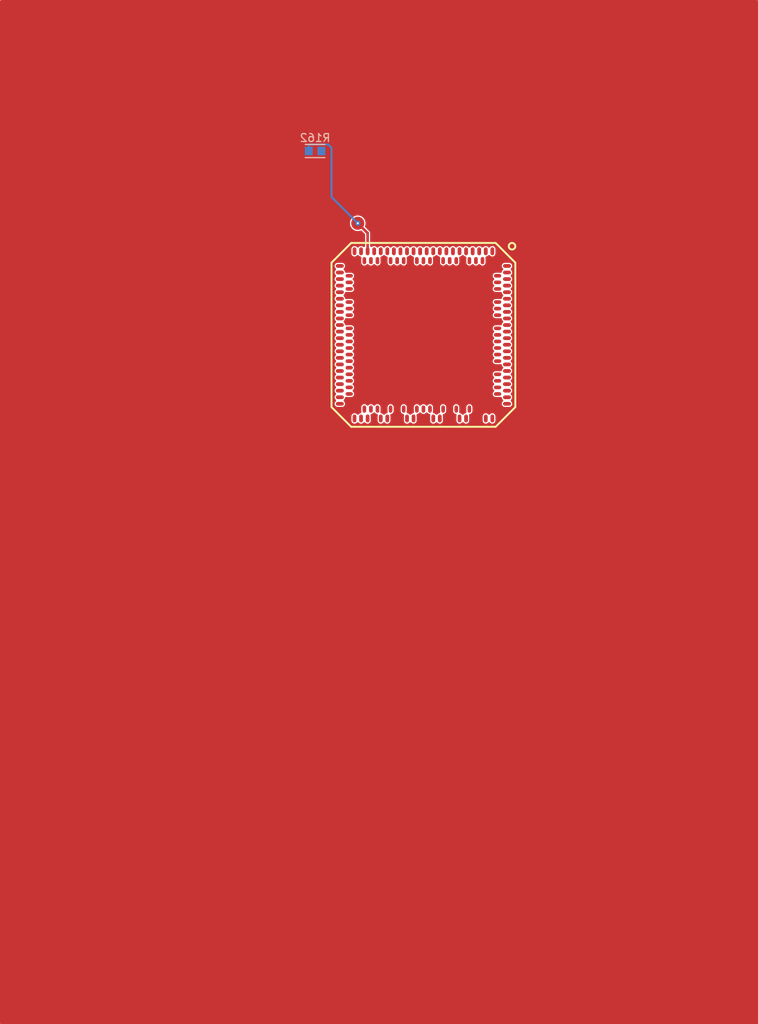
<source format=kicad_pcb>
(kicad_pcb (version 20171130) (host pcbnew 5.1.5-52549c5~84~ubuntu18.04.1)

  (general
    (thickness 1.55)
    (drawings 0)
    (tracks 9)
    (zones 0)
    (modules 3)
    (nets 55)
  )

  (page A4)
  (title_block
    (title RF_MOD)
    (date 2018-07-04)
    (rev v0.3)
    (company "EPAK GmbH")
    (comment 1 "EBOX PRO")
    (comment 2 "Bestückungsplan BOT")
  )

  (layers
    (0 F.Cu.RF signal)
    (31 B.Cu.Sig signal)
    (32 B.Adhes user)
    (33 F.Adhes user)
    (34 B.Paste user)
    (35 F.Paste user)
    (36 B.SilkS user)
    (37 F.SilkS user)
    (38 B.Mask user)
    (39 F.Mask user)
    (40 Dwgs.User user)
    (41 Cmts.User user)
    (44 Edge.Cuts user)
    (45 Margin user)
    (46 B.CrtYd user)
    (47 F.CrtYd user)
    (48 B.Fab user)
    (49 F.Fab user)
  )

  (setup
    (last_trace_width 0.15)
    (trace_clearance 0.09)
    (zone_clearance 0.5)
    (zone_45_only no)
    (trace_min 0.09)
    (via_size 0.4)
    (via_drill 0.15)
    (via_min_size 0.4)
    (via_min_drill 0.15)
    (uvia_size 0.3)
    (uvia_drill 0.1)
    (uvias_allowed no)
    (uvia_min_size 0.2)
    (uvia_min_drill 0.1)
    (edge_width 0.15)
    (segment_width 0.25)
    (pcb_text_width 0.3)
    (pcb_text_size 1.5 1.5)
    (mod_edge_width 0.15)
    (mod_text_size 0.6 0.6)
    (mod_text_width 0.1)
    (pad_size 0.1 0.45)
    (pad_drill 0)
    (pad_to_mask_clearance 0.05)
    (solder_mask_min_width 0.1)
    (aux_axis_origin 49 112.75)
    (grid_origin 49 112.75)
    (visible_elements FFFFFF1F)
    (pcbplotparams
      (layerselection 0x01cfc_ffffffff)
      (usegerberextensions false)
      (usegerberattributes false)
      (usegerberadvancedattributes false)
      (creategerberjobfile false)
      (excludeedgelayer false)
      (linewidth 0.100000)
      (plotframeref true)
      (viasonmask false)
      (mode 1)
      (useauxorigin true)
      (hpglpennumber 1)
      (hpglpenspeed 20)
      (hpglpendiameter 15.000000)
      (psnegative false)
      (psa4output false)
      (plotreference true)
      (plotvalue false)
      (plotinvisibletext false)
      (padsonsilk true)
      (subtractmaskfromsilk false)
      (outputformat 1)
      (mirror false)
      (drillshape 0)
      (scaleselection 1)
      (outputdirectory "Fertigungsunterlagen/Gerber"))
  )

  (net 0 "")
  (net 1 GND)
  (net 2 /LNB_SEL)
  (net 3 /DiSEqC_DET_ROT)
  (net 4 /RFC_P)
  (net 5 /RFC_N)
  (net 6 /RFMOD_SCL)
  (net 7 /RFMOD_SDA)
  (net 8 +3V3)
  (net 9 /~RESET_ST)
  (net 10 /TS_PACKETCLK)
  (net 11 /TS_DATA7)
  (net 12 /TS_DATA6)
  (net 13 /TS_DATA5)
  (net 14 /TS_DATA4)
  (net 15 /TS_DATA3)
  (net 16 /TS_DATA2)
  (net 17 /TS_DATA1)
  (net 18 /TS_DATA0)
  (net 19 /TS_VALID)
  (net 20 /CLK_27_TO_STiD)
  (net 21 /SDD0_SOF)
  (net 22 /CLK_27_FR_STiD)
  (net 23 /SDD0_DATA)
  (net 24 /SDD0_EN)
  (net 25 +1V1)
  (net 26 /CFG_DONE)
  (net 27 /CFG_~INIT)
  (net 28 /CFG_~PROGRAM)
  (net 29 "Net-(B109-Pad2)")
  (net 30 /SGNL_1)
  (net 31 /SGNL_0)
  (net 32 /DiSEqC_TX)
  (net 33 +3.3V)
  (net 34 "Net-(B107-Pad2)")
  (net 35 "Net-(B108-Pad2)")
  (net 36 /DiSEqC_VREF)
  (net 37 /PWM_1V1_AVS)
  (net 38 "Net-(D112-Pad1)")
  (net 39 "Net-(D113-Pad1)")
  (net 40 "Net-(B114-Pad2)")
  (net 41 /~FAN_FAULT)
  (net 42 "Net-(C218-Pad2)")
  (net 43 "Net-(C221-Pad2)")
  (net 44 "Net-(D115-Pad1)")
  (net 45 "Net-(R171-Pad2)")
  (net 46 "Net-(R173-Pad2)")
  (net 47 /JTAGENB)
  (net 48 "Net-(B115-Pad2)")
  (net 49 "Net-(B116-Pad2)")
  (net 50 "Net-(B117-Pad2)")
  (net 51 "Net-(R127-Pad2)")
  (net 52 "Net-(R175-Pad2)")
  (net 53 "Net-(R176-Pad2)")
  (net 54 /TS_BYTECLK)

  (net_class Default "This is the default net class."
    (clearance 0.09)
    (trace_width 0.15)
    (via_dia 0.4)
    (via_drill 0.15)
    (uvia_dia 0.3)
    (uvia_drill 0.1)
    (add_net +1V1)
    (add_net +3.3V)
    (add_net +3V3)
    (add_net /CFG_DONE)
    (add_net /CFG_~INIT)
    (add_net /CFG_~PROGRAM)
    (add_net /CLK_27_FR_STiD)
    (add_net /CLK_27_TO_STiD)
    (add_net /DiSEqC_DET_ROT)
    (add_net /DiSEqC_TX)
    (add_net /DiSEqC_VREF)
    (add_net /JTAGENB)
    (add_net /LNB_SEL)
    (add_net /PWM_1V1_AVS)
    (add_net /RFC_N)
    (add_net /RFC_P)
    (add_net /RFMOD_SCL)
    (add_net /RFMOD_SDA)
    (add_net /SDD0_DATA)
    (add_net /SDD0_EN)
    (add_net /SDD0_SOF)
    (add_net /SGNL_0)
    (add_net /SGNL_1)
    (add_net /TS_BYTECLK)
    (add_net /TS_DATA0)
    (add_net /TS_DATA1)
    (add_net /TS_DATA2)
    (add_net /TS_DATA3)
    (add_net /TS_DATA4)
    (add_net /TS_DATA5)
    (add_net /TS_DATA6)
    (add_net /TS_DATA7)
    (add_net /TS_PACKETCLK)
    (add_net /TS_VALID)
    (add_net /~FAN_FAULT)
    (add_net /~RESET_ST)
    (add_net GND)
    (add_net "Net-(B107-Pad2)")
    (add_net "Net-(B108-Pad2)")
    (add_net "Net-(B109-Pad2)")
    (add_net "Net-(B114-Pad2)")
    (add_net "Net-(B115-Pad2)")
    (add_net "Net-(B116-Pad2)")
    (add_net "Net-(B117-Pad2)")
    (add_net "Net-(C218-Pad2)")
    (add_net "Net-(C221-Pad2)")
    (add_net "Net-(D112-Pad1)")
    (add_net "Net-(D113-Pad1)")
    (add_net "Net-(D115-Pad1)")
    (add_net "Net-(R127-Pad2)")
    (add_net "Net-(R171-Pad2)")
    (add_net "Net-(R173-Pad2)")
    (add_net "Net-(R175-Pad2)")
    (add_net "Net-(R176-Pad2)")
  )

  (module 0_EPAK:VQFPN-mr164 (layer F.Cu.RF) (tedit 5DCD0409) (tstamp 5DCB4020)
    (at 81 70.25 270)
    (path /5DD81CC9)
    (attr smd)
    (fp_text reference U103 (at 0 -0.5 90) (layer F.Fab)
      (effects (font (size 0.5 0.5) (thickness 0.1)))
    )
    (fp_text value xxx (at 0 0.5 90) (layer F.Fab)
      (effects (font (size 0.5 0.5) (thickness 0.1)))
    )
    (fp_line (start -2.9 -5.85) (end -3.1 -5.85) (layer F.CrtYd) (width 0.05))
    (fp_line (start -2.15 -6.2) (end -2.15 -6.5) (layer F.CrtYd) (width 0.05))
    (fp_line (start -0.4 -5.85) (end -0.4 -5.55) (layer F.CrtYd) (width 0.05))
    (fp_line (start -5.15 -6.2) (end -5.15 -6.5) (layer F.CrtYd) (width 0.05))
    (fp_line (start 2.1 -5.85) (end 1.9 -5.85) (layer F.CrtYd) (width 0.05))
    (fp_line (start 2.4 -5.85) (end 2.4 -5.55) (layer F.CrtYd) (width 0.05))
    (fp_line (start 0.1 -5.85) (end 0.1 -5.55) (layer F.CrtYd) (width 0.05))
    (fp_line (start -2.85 -6.2) (end -2.85 -6.5) (layer F.CrtYd) (width 0.05))
    (fp_line (start 0.85 -6.2) (end 0.85 -6.5) (layer F.CrtYd) (width 0.05))
    (fp_arc (start 2.75 -6.2) (end 2.65 -6.2) (angle -180) (layer F.CrtYd) (width 0.05))
    (fp_line (start -2.4 -5.85) (end -2.6 -5.85) (layer F.CrtYd) (width 0.05))
    (fp_line (start -0.9 -5.85) (end -0.9 -5.55) (layer F.CrtYd) (width 0.05))
    (fp_arc (start -0.75 -6.2) (end -0.85 -6.2) (angle -180) (layer F.CrtYd) (width 0.05))
    (fp_line (start -1.6 -5.85) (end -1.6 -5.55) (layer F.CrtYd) (width 0.05))
    (fp_line (start -1.9 -5.85) (end -2.1 -5.85) (layer F.CrtYd) (width 0.05))
    (fp_line (start -0.6 -5.85) (end -0.6 -5.55) (layer F.CrtYd) (width 0.05))
    (fp_line (start 2.35 -6.2) (end 2.35 -6.5) (layer F.CrtYd) (width 0.05))
    (fp_arc (start 1 -5.55) (end 0.9 -5.55) (angle -180) (layer F.CrtYd) (width 0.05))
    (fp_line (start -4.15 -6.2) (end -4.15 -6.5) (layer F.CrtYd) (width 0.05))
    (fp_line (start -4.65 -6.2) (end -4.65 -6.5) (layer F.CrtYd) (width 0.05))
    (fp_line (start -4.6 -5.85) (end -4.6 -5.55) (layer F.CrtYd) (width 0.05))
    (fp_arc (start -4.5 -5.55) (end -4.6 -5.55) (angle -180) (layer F.CrtYd) (width 0.05))
    (fp_line (start 2.15 -6.2) (end 2.15 -6.5) (layer F.CrtYd) (width 0.05))
    (fp_line (start 0.1 -5.85) (end -0.1 -5.85) (layer F.CrtYd) (width 0.05))
    (fp_line (start 1.85 -6.2) (end 1.85 -6.5) (layer F.CrtYd) (width 0.05))
    (fp_line (start -0.15 -6.2) (end -0.15 -6.5) (layer F.CrtYd) (width 0.05))
    (fp_arc (start -2 -5.55) (end -2.1 -5.55) (angle -180) (layer F.CrtYd) (width 0.05))
    (fp_arc (start 0 -5.55) (end -0.1 -5.55) (angle -180) (layer F.CrtYd) (width 0.05))
    (fp_line (start -2.65 -6.2) (end -2.65 -6.5) (layer F.CrtYd) (width 0.05))
    (fp_line (start 4.1 -5.85) (end 4.1 -5.55) (layer F.CrtYd) (width 0.05))
    (fp_arc (start 4 -5.55) (end 3.9 -5.55) (angle -180) (layer F.CrtYd) (width 0.05))
    (fp_line (start 0.65 -6.2) (end 0.65 -6.5) (layer F.CrtYd) (width 0.05))
    (fp_line (start -1.65 -6.2) (end -1.65 -6.5) (layer F.CrtYd) (width 0.05))
    (fp_line (start 1.65 -6.2) (end 1.65 -6.5) (layer F.CrtYd) (width 0.05))
    (fp_line (start -3.6 -5.85) (end -3.6 -5.55) (layer F.CrtYd) (width 0.05))
    (fp_line (start 0.9 -5.85) (end 0.9 -5.55) (layer F.CrtYd) (width 0.05))
    (fp_arc (start -4 -5.55) (end -4.1 -5.55) (angle -180) (layer F.CrtYd) (width 0.05))
    (fp_line (start 3.1 -5.85) (end 3.1 -5.55) (layer F.CrtYd) (width 0.05))
    (fp_arc (start 1.75 -6.2) (end 1.65 -6.2) (angle -180) (layer F.CrtYd) (width 0.05))
    (fp_arc (start -2.75 -6.2) (end -2.85 -6.2) (angle -180) (layer F.CrtYd) (width 0.05))
    (fp_line (start 1.35 -6.2) (end 1.35 -6.5) (layer F.CrtYd) (width 0.05))
    (fp_arc (start -4.75 -6.2) (end -4.85 -6.2) (angle -180) (layer F.CrtYd) (width 0.05))
    (fp_line (start 1.15 -6.2) (end 1.15 -6.5) (layer F.CrtYd) (width 0.05))
    (fp_line (start -2.9 -5.85) (end -2.9 -5.55) (layer F.CrtYd) (width 0.05))
    (fp_arc (start 4.75 -6.2) (end 4.65 -6.2) (angle -180) (layer F.CrtYd) (width 0.05))
    (fp_line (start 0.35 -6.2) (end 0.35 -6.5) (layer F.CrtYd) (width 0.05))
    (fp_line (start 2.1 -5.85) (end 2.1 -5.55) (layer F.CrtYd) (width 0.05))
    (fp_arc (start 1.25 -6.2) (end 1.15 -6.2) (angle -180) (layer F.CrtYd) (width 0.05))
    (fp_line (start -4.4 -5.85) (end -4.6 -5.85) (layer F.CrtYd) (width 0.05))
    (fp_line (start 3.15 -6.2) (end 3.15 -6.5) (layer F.CrtYd) (width 0.05))
    (fp_line (start -1.4 -5.85) (end -1.6 -5.85) (layer F.CrtYd) (width 0.05))
    (fp_line (start 3.9 -5.85) (end 3.9 -5.55) (layer F.CrtYd) (width 0.05))
    (fp_line (start -1.35 -6.2) (end -1.35 -6.5) (layer F.CrtYd) (width 0.05))
    (fp_line (start -3.1 -5.85) (end -3.1 -5.55) (layer F.CrtYd) (width 0.05))
    (fp_line (start 3.6 -5.85) (end 3.6 -5.55) (layer F.CrtYd) (width 0.05))
    (fp_arc (start -0.25 -6.2) (end -0.35 -6.2) (angle -180) (layer F.CrtYd) (width 0.05))
    (fp_arc (start 1.5 -5.55) (end 1.4 -5.55) (angle -180) (layer F.CrtYd) (width 0.05))
    (fp_arc (start -1.5 -5.55) (end -1.6 -5.55) (angle -180) (layer F.CrtYd) (width 0.05))
    (fp_arc (start 3.5 -5.55) (end 3.4 -5.55) (angle -180) (layer F.CrtYd) (width 0.05))
    (fp_line (start -0.9 -5.85) (end -1.1 -5.85) (layer F.CrtYd) (width 0.05))
    (fp_line (start -3.15 -6.2) (end -3.15 -6.5) (layer F.CrtYd) (width 0.05))
    (fp_line (start 4.35 -6.2) (end 4.35 -6.5) (layer F.CrtYd) (width 0.05))
    (fp_line (start 3.85 -6.2) (end 3.85 -6.5) (layer F.CrtYd) (width 0.05))
    (fp_arc (start 2.5 -5.55) (end 2.4 -5.55) (angle -180) (layer F.CrtYd) (width 0.05))
    (fp_line (start 1.6 -5.85) (end 1.6 -5.55) (layer F.CrtYd) (width 0.05))
    (fp_line (start 1.1 -5.85) (end 0.9 -5.85) (layer F.CrtYd) (width 0.05))
    (fp_arc (start -3.75 -6.2) (end -3.85 -6.2) (angle -180) (layer F.CrtYd) (width 0.05))
    (fp_line (start 3.35 -6.2) (end 3.35 -6.5) (layer F.CrtYd) (width 0.05))
    (fp_line (start -0.1 -5.85) (end -0.1 -5.55) (layer F.CrtYd) (width 0.05))
    (fp_line (start 3.4 -5.85) (end 3.4 -5.55) (layer F.CrtYd) (width 0.05))
    (fp_line (start 4.65 -6.2) (end 4.65 -6.5) (layer F.CrtYd) (width 0.05))
    (fp_arc (start -2.5 -5.55) (end -2.6 -5.55) (angle -180) (layer F.CrtYd) (width 0.05))
    (fp_arc (start 2 -5.55) (end 1.9 -5.55) (angle -180) (layer F.CrtYd) (width 0.05))
    (fp_arc (start 3 -5.55) (end 2.9 -5.55) (angle -180) (layer F.CrtYd) (width 0.05))
    (fp_line (start -3.9 -5.85) (end -3.9 -5.55) (layer F.CrtYd) (width 0.05))
    (fp_line (start -4.4 -5.85) (end -4.4 -5.55) (layer F.CrtYd) (width 0.05))
    (fp_arc (start -1.75 -6.2) (end -1.85 -6.2) (angle -180) (layer F.CrtYd) (width 0.05))
    (fp_line (start 2.85 -6.2) (end 2.85 -6.5) (layer F.CrtYd) (width 0.05))
    (fp_line (start 5.15 -6.2) (end 5.15 -6.5) (layer F.CrtYd) (width 0.05))
    (fp_line (start -3.35 -6.2) (end -3.35 -6.5) (layer F.CrtYd) (width 0.05))
    (fp_line (start -0.85 -6.2) (end -0.85 -6.5) (layer F.CrtYd) (width 0.05))
    (fp_arc (start -2.25 -6.2) (end -2.35 -6.2) (angle -180) (layer F.CrtYd) (width 0.05))
    (fp_line (start 3.65 -6.2) (end 3.65 -6.5) (layer F.CrtYd) (width 0.05))
    (fp_line (start -0.35 -6.2) (end -0.35 -6.5) (layer F.CrtYd) (width 0.05))
    (fp_arc (start 0.25 -6.2) (end 0.15 -6.2) (angle -180) (layer F.CrtYd) (width 0.05))
    (fp_line (start -2.35 -6.2) (end -2.35 -6.5) (layer F.CrtYd) (width 0.05))
    (fp_line (start -3.4 -5.85) (end -3.4 -5.55) (layer F.CrtYd) (width 0.05))
    (fp_line (start 2.6 -5.85) (end 2.4 -5.85) (layer F.CrtYd) (width 0.05))
    (fp_arc (start 3.75 -6.2) (end 3.65 -6.2) (angle -180) (layer F.CrtYd) (width 0.05))
    (fp_line (start 1.1 -5.85) (end 1.1 -5.55) (layer F.CrtYd) (width 0.05))
    (fp_line (start 4.1 -5.85) (end 3.9 -5.85) (layer F.CrtYd) (width 0.05))
    (fp_arc (start -1 -5.55) (end -1.1 -5.55) (angle -180) (layer F.CrtYd) (width 0.05))
    (fp_line (start 3.1 -5.85) (end 2.9 -5.85) (layer F.CrtYd) (width 0.05))
    (fp_line (start -2.4 -5.85) (end -2.4 -5.55) (layer F.CrtYd) (width 0.05))
    (fp_line (start -2.6 -5.85) (end -2.6 -5.55) (layer F.CrtYd) (width 0.05))
    (fp_line (start 2.9 -5.85) (end 2.9 -5.55) (layer F.CrtYd) (width 0.05))
    (fp_arc (start -1.25 -6.2) (end -1.35 -6.2) (angle -180) (layer F.CrtYd) (width 0.05))
    (fp_arc (start -4.25 -6.2) (end -4.35 -6.2) (angle -180) (layer F.CrtYd) (width 0.05))
    (fp_line (start -1.85 -6.2) (end -1.85 -6.5) (layer F.CrtYd) (width 0.05))
    (fp_line (start -4.35 -6.2) (end -4.35 -6.5) (layer F.CrtYd) (width 0.05))
    (fp_line (start -4.85 -6.2) (end -4.85 -6.5) (layer F.CrtYd) (width 0.05))
    (fp_arc (start -3.5 -5.55) (end -3.6 -5.55) (angle -180) (layer F.CrtYd) (width 0.05))
    (fp_line (start 4.15 -6.2) (end 4.15 -6.5) (layer F.CrtYd) (width 0.05))
    (fp_line (start 3.6 -5.85) (end 3.4 -5.85) (layer F.CrtYd) (width 0.05))
    (fp_line (start 0.6 -5.85) (end 0.4 -5.85) (layer F.CrtYd) (width 0.05))
    (fp_line (start 1.6 -5.85) (end 1.4 -5.85) (layer F.CrtYd) (width 0.05))
    (fp_line (start -3.9 -5.85) (end -4.1 -5.85) (layer F.CrtYd) (width 0.05))
    (fp_line (start -1.15 -6.2) (end -1.15 -6.5) (layer F.CrtYd) (width 0.05))
    (fp_line (start -0.65 -6.2) (end -0.65 -6.5) (layer F.CrtYd) (width 0.05))
    (fp_arc (start 0.5 -5.55) (end 0.4 -5.55) (angle -180) (layer F.CrtYd) (width 0.05))
    (fp_line (start 4.4 -5.85) (end 4.4 -5.55) (layer F.CrtYd) (width 0.05))
    (fp_line (start 4.6 -5.85) (end 4.6 -5.55) (layer F.CrtYd) (width 0.05))
    (fp_line (start 5.35 -6.2) (end 5.35 -6.5) (layer F.CrtYd) (width 0.05))
    (fp_line (start 4.85 -6.2) (end 4.85 -6.5) (layer F.CrtYd) (width 0.05))
    (fp_line (start 0.15 -6.2) (end 0.15 -6.5) (layer F.CrtYd) (width 0.05))
    (fp_line (start -3.4 -5.85) (end -3.6 -5.85) (layer F.CrtYd) (width 0.05))
    (fp_line (start -1.4 -5.85) (end -1.4 -5.55) (layer F.CrtYd) (width 0.05))
    (fp_line (start -5.35 -6.2) (end -5.35 -6.5) (layer F.CrtYd) (width 0.05))
    (fp_line (start 0.4 -5.85) (end 0.4 -5.55) (layer F.CrtYd) (width 0.05))
    (fp_line (start 2.65 -6.2) (end 2.65 -6.5) (layer F.CrtYd) (width 0.05))
    (fp_arc (start -0.5 -5.55) (end -0.6 -5.55) (angle -180) (layer F.CrtYd) (width 0.05))
    (fp_line (start -1.1 -5.85) (end -1.1 -5.55) (layer F.CrtYd) (width 0.05))
    (fp_line (start 0.6 -5.85) (end 0.6 -5.55) (layer F.CrtYd) (width 0.05))
    (fp_line (start -3.65 -6.2) (end -3.65 -6.5) (layer F.CrtYd) (width 0.05))
    (fp_line (start 1.9 -5.85) (end 1.9 -5.55) (layer F.CrtYd) (width 0.05))
    (fp_line (start -3.85 -6.2) (end -3.85 -6.5) (layer F.CrtYd) (width 0.05))
    (fp_arc (start -3.25 -6.2) (end -3.35 -6.2) (angle -180) (layer F.CrtYd) (width 0.05))
    (fp_arc (start 0.75 -6.2) (end 0.65 -6.2) (angle -180) (layer F.CrtYd) (width 0.05))
    (fp_arc (start -5.25 -6.2) (end -5.35 -6.2) (angle -180) (layer F.CrtYd) (width 0.05))
    (fp_line (start -2.1 -5.85) (end -2.1 -5.55) (layer F.CrtYd) (width 0.05))
    (fp_line (start -0.4 -5.85) (end -0.6 -5.85) (layer F.CrtYd) (width 0.05))
    (fp_arc (start 2.25 -6.2) (end 2.15 -6.2) (angle -180) (layer F.CrtYd) (width 0.05))
    (fp_line (start 2.6 -5.85) (end 2.6 -5.55) (layer F.CrtYd) (width 0.05))
    (fp_line (start 1.4 -5.85) (end 1.4 -5.55) (layer F.CrtYd) (width 0.05))
    (fp_arc (start 4.25 -6.2) (end 4.15 -6.2) (angle -180) (layer F.CrtYd) (width 0.05))
    (fp_line (start -1.9 -5.85) (end -1.9 -5.55) (layer F.CrtYd) (width 0.05))
    (fp_arc (start 5.25 -6.2) (end 5.15 -6.2) (angle -180) (layer F.CrtYd) (width 0.05))
    (fp_line (start 4.6 -5.85) (end 4.4 -5.85) (layer F.CrtYd) (width 0.05))
    (fp_arc (start 4.5 -5.55) (end 4.4 -5.55) (angle -180) (layer F.CrtYd) (width 0.05))
    (fp_arc (start 3.25 -6.2) (end 3.15 -6.2) (angle -180) (layer F.CrtYd) (width 0.05))
    (fp_line (start -4.1 -5.85) (end -4.1 -5.55) (layer F.CrtYd) (width 0.05))
    (fp_arc (start -3 -5.55) (end -3.1 -5.55) (angle -180) (layer F.CrtYd) (width 0.05))
    (fp_line (start 5.85 2.6) (end 5.55 2.6) (layer F.CrtYd) (width 0.05))
    (fp_line (start 5.85 1.4) (end 5.55 1.4) (layer F.CrtYd) (width 0.05))
    (fp_arc (start 6.2 4.25) (end 6.2 4.15) (angle -180) (layer F.CrtYd) (width 0.05))
    (fp_line (start 5.85 -1.9) (end 5.55 -1.9) (layer F.CrtYd) (width 0.05))
    (fp_arc (start 6.2 5.25) (end 6.2 5.15) (angle -180) (layer F.CrtYd) (width 0.05))
    (fp_line (start 5.85 4.6) (end 5.85 4.4) (layer F.CrtYd) (width 0.05))
    (fp_arc (start 5.55 4.5) (end 5.55 4.4) (angle -180) (layer F.CrtYd) (width 0.05))
    (fp_arc (start 6.2 3.25) (end 6.2 3.15) (angle -180) (layer F.CrtYd) (width 0.05))
    (fp_line (start 5.85 -4.1) (end 5.55 -4.1) (layer F.CrtYd) (width 0.05))
    (fp_line (start 5.85 3.9) (end 5.55 3.9) (layer F.CrtYd) (width 0.05))
    (fp_line (start 6.2 -1.35) (end 6.5 -1.35) (layer F.CrtYd) (width 0.05))
    (fp_line (start 5.85 3.6) (end 5.55 3.6) (layer F.CrtYd) (width 0.05))
    (fp_arc (start 6.2 -0.25) (end 6.2 -0.35) (angle -180) (layer F.CrtYd) (width 0.05))
    (fp_arc (start 5.55 1.5) (end 5.55 1.4) (angle -180) (layer F.CrtYd) (width 0.05))
    (fp_arc (start 5.55 -1.5) (end 5.55 -1.6) (angle -180) (layer F.CrtYd) (width 0.05))
    (fp_arc (start 5.55 3.5) (end 5.55 3.4) (angle -180) (layer F.CrtYd) (width 0.05))
    (fp_line (start 6.2 -3.15) (end 6.5 -3.15) (layer F.CrtYd) (width 0.05))
    (fp_line (start 6.2 4.35) (end 6.5 4.35) (layer F.CrtYd) (width 0.05))
    (fp_line (start 6.2 3.85) (end 6.5 3.85) (layer F.CrtYd) (width 0.05))
    (fp_arc (start 5.55 2.5) (end 5.55 2.4) (angle -180) (layer F.CrtYd) (width 0.05))
    (fp_line (start 5.85 1.6) (end 5.55 1.6) (layer F.CrtYd) (width 0.05))
    (fp_arc (start 6.2 -3.75) (end 6.2 -3.85) (angle -180) (layer F.CrtYd) (width 0.05))
    (fp_line (start 6.2 3.35) (end 6.5 3.35) (layer F.CrtYd) (width 0.05))
    (fp_line (start 5.85 -0.1) (end 5.55 -0.1) (layer F.CrtYd) (width 0.05))
    (fp_line (start 5.85 3.4) (end 5.55 3.4) (layer F.CrtYd) (width 0.05))
    (fp_line (start 6.2 4.65) (end 6.5 4.65) (layer F.CrtYd) (width 0.05))
    (fp_arc (start 5.55 -2.5) (end 5.55 -2.6) (angle -180) (layer F.CrtYd) (width 0.05))
    (fp_arc (start 5.55 2) (end 5.55 1.9) (angle -180) (layer F.CrtYd) (width 0.05))
    (fp_line (start 6.2 2.85) (end 6.5 2.85) (layer F.CrtYd) (width 0.05))
    (fp_line (start 6.2 5.15) (end 6.5 5.15) (layer F.CrtYd) (width 0.05))
    (fp_line (start 6.2 -3.35) (end 6.5 -3.35) (layer F.CrtYd) (width 0.05))
    (fp_line (start 6.2 -0.85) (end 6.5 -0.85) (layer F.CrtYd) (width 0.05))
    (fp_arc (start 6.2 -2.25) (end 6.2 -2.35) (angle -180) (layer F.CrtYd) (width 0.05))
    (fp_line (start 6.2 3.65) (end 6.5 3.65) (layer F.CrtYd) (width 0.05))
    (fp_line (start 6.2 -0.35) (end 6.5 -0.35) (layer F.CrtYd) (width 0.05))
    (fp_arc (start 6.2 0.25) (end 6.2 0.15) (angle -180) (layer F.CrtYd) (width 0.05))
    (fp_line (start 6.2 -2.35) (end 6.5 -2.35) (layer F.CrtYd) (width 0.05))
    (fp_line (start 5.85 -3.4) (end 5.55 -3.4) (layer F.CrtYd) (width 0.05))
    (fp_line (start 5.85 2.6) (end 5.85 2.4) (layer F.CrtYd) (width 0.05))
    (fp_arc (start 6.2 3.75) (end 6.2 3.65) (angle -180) (layer F.CrtYd) (width 0.05))
    (fp_line (start 5.85 1.6) (end 5.85 1.4) (layer F.CrtYd) (width 0.05))
    (fp_line (start 5.85 -3.9) (end 5.85 -4.1) (layer F.CrtYd) (width 0.05))
    (fp_line (start 6.2 -1.15) (end 6.5 -1.15) (layer F.CrtYd) (width 0.05))
    (fp_line (start 6.2 -0.65) (end 6.5 -0.65) (layer F.CrtYd) (width 0.05))
    (fp_arc (start 5.55 0.5) (end 5.55 0.4) (angle -180) (layer F.CrtYd) (width 0.05))
    (fp_line (start 5.85 4.4) (end 5.55 4.4) (layer F.CrtYd) (width 0.05))
    (fp_line (start 5.85 4.6) (end 5.55 4.6) (layer F.CrtYd) (width 0.05))
    (fp_line (start 6.2 5.35) (end 6.5 5.35) (layer F.CrtYd) (width 0.05))
    (fp_line (start 6.2 4.85) (end 6.5 4.85) (layer F.CrtYd) (width 0.05))
    (fp_line (start 6.2 0.15) (end 6.5 0.15) (layer F.CrtYd) (width 0.05))
    (fp_line (start 5.85 -3.4) (end 5.85 -3.6) (layer F.CrtYd) (width 0.05))
    (fp_line (start 5.85 -1.4) (end 5.55 -1.4) (layer F.CrtYd) (width 0.05))
    (fp_line (start 6.2 -5.35) (end 6.5 -5.35) (layer F.CrtYd) (width 0.05))
    (fp_line (start 5.85 0.4) (end 5.55 0.4) (layer F.CrtYd) (width 0.05))
    (fp_line (start 6.2 2.65) (end 6.5 2.65) (layer F.CrtYd) (width 0.05))
    (fp_arc (start 5.55 -0.5) (end 5.55 -0.6) (angle -180) (layer F.CrtYd) (width 0.05))
    (fp_line (start 5.85 0.6) (end 5.55 0.6) (layer F.CrtYd) (width 0.05))
    (fp_line (start 6.2 -3.65) (end 6.5 -3.65) (layer F.CrtYd) (width 0.05))
    (fp_line (start 5.85 1.9) (end 5.55 1.9) (layer F.CrtYd) (width 0.05))
    (fp_line (start 6.2 -3.85) (end 6.5 -3.85) (layer F.CrtYd) (width 0.05))
    (fp_arc (start 6.2 -3.25) (end 6.2 -3.35) (angle -180) (layer F.CrtYd) (width 0.05))
    (fp_line (start 6.2 -2.15) (end 6.5 -2.15) (layer F.CrtYd) (width 0.05))
    (fp_line (start 5.85 -0.4) (end 5.55 -0.4) (layer F.CrtYd) (width 0.05))
    (fp_line (start 6.2 -5.15) (end 6.5 -5.15) (layer F.CrtYd) (width 0.05))
    (fp_line (start 5.85 2.1) (end 5.85 1.9) (layer F.CrtYd) (width 0.05))
    (fp_line (start 5.85 2.4) (end 5.55 2.4) (layer F.CrtYd) (width 0.05))
    (fp_line (start 5.85 0.1) (end 5.55 0.1) (layer F.CrtYd) (width 0.05))
    (fp_line (start 6.2 -2.85) (end 6.5 -2.85) (layer F.CrtYd) (width 0.05))
    (fp_line (start 6.2 0.85) (end 6.5 0.85) (layer F.CrtYd) (width 0.05))
    (fp_arc (start 6.2 2.75) (end 6.2 2.65) (angle -180) (layer F.CrtYd) (width 0.05))
    (fp_line (start 5.85 -2.4) (end 5.85 -2.6) (layer F.CrtYd) (width 0.05))
    (fp_arc (start 6.2 -0.75) (end 6.2 -0.85) (angle -180) (layer F.CrtYd) (width 0.05))
    (fp_line (start 5.85 -1.6) (end 5.55 -1.6) (layer F.CrtYd) (width 0.05))
    (fp_line (start 5.85 -1.9) (end 5.85 -2.1) (layer F.CrtYd) (width 0.05))
    (fp_line (start 5.85 -0.6) (end 5.55 -0.6) (layer F.CrtYd) (width 0.05))
    (fp_line (start 6.2 2.35) (end 6.5 2.35) (layer F.CrtYd) (width 0.05))
    (fp_line (start 6.2 -4.15) (end 6.5 -4.15) (layer F.CrtYd) (width 0.05))
    (fp_line (start 6.2 -4.65) (end 6.5 -4.65) (layer F.CrtYd) (width 0.05))
    (fp_line (start 5.85 -4.6) (end 5.55 -4.6) (layer F.CrtYd) (width 0.05))
    (fp_arc (start 5.55 -4.5) (end 5.55 -4.6) (angle -180) (layer F.CrtYd) (width 0.05))
    (fp_line (start 6.2 2.15) (end 6.5 2.15) (layer F.CrtYd) (width 0.05))
    (fp_line (start 5.85 0.1) (end 5.85 -0.1) (layer F.CrtYd) (width 0.05))
    (fp_line (start 6.2 1.85) (end 6.5 1.85) (layer F.CrtYd) (width 0.05))
    (fp_line (start 6.2 -0.15) (end 6.5 -0.15) (layer F.CrtYd) (width 0.05))
    (fp_arc (start 5.55 -2) (end 5.55 -2.1) (angle -180) (layer F.CrtYd) (width 0.05))
    (fp_arc (start 5.55 0) (end 5.55 -0.1) (angle -180) (layer F.CrtYd) (width 0.05))
    (fp_line (start 6.2 -2.65) (end 6.5 -2.65) (layer F.CrtYd) (width 0.05))
    (fp_line (start 5.85 4.1) (end 5.55 4.1) (layer F.CrtYd) (width 0.05))
    (fp_arc (start 5.55 4) (end 5.55 3.9) (angle -180) (layer F.CrtYd) (width 0.05))
    (fp_line (start 6.2 0.65) (end 6.5 0.65) (layer F.CrtYd) (width 0.05))
    (fp_line (start 5.85 -2.6) (end 5.55 -2.6) (layer F.CrtYd) (width 0.05))
    (fp_arc (start 6.2 -1.25) (end 6.2 -1.35) (angle -180) (layer F.CrtYd) (width 0.05))
    (fp_arc (start 6.2 -4.25) (end 6.2 -4.35) (angle -180) (layer F.CrtYd) (width 0.05))
    (fp_line (start 6.2 -1.85) (end 6.5 -1.85) (layer F.CrtYd) (width 0.05))
    (fp_line (start 6.2 -4.35) (end 6.5 -4.35) (layer F.CrtYd) (width 0.05))
    (fp_line (start 6.2 -4.85) (end 6.5 -4.85) (layer F.CrtYd) (width 0.05))
    (fp_arc (start 5.55 -3.5) (end 5.55 -3.6) (angle -180) (layer F.CrtYd) (width 0.05))
    (fp_line (start 6.2 4.15) (end 6.5 4.15) (layer F.CrtYd) (width 0.05))
    (fp_line (start 5.85 3.6) (end 5.85 3.4) (layer F.CrtYd) (width 0.05))
    (fp_line (start 5.85 0.6) (end 5.85 0.4) (layer F.CrtYd) (width 0.05))
    (fp_arc (start 6.2 1.75) (end 6.2 1.65) (angle -180) (layer F.CrtYd) (width 0.05))
    (fp_arc (start 6.2 -2.75) (end 6.2 -2.85) (angle -180) (layer F.CrtYd) (width 0.05))
    (fp_line (start 6.2 1.35) (end 6.5 1.35) (layer F.CrtYd) (width 0.05))
    (fp_arc (start 6.2 -4.75) (end 6.2 -4.85) (angle -180) (layer F.CrtYd) (width 0.05))
    (fp_line (start 6.2 1.15) (end 6.5 1.15) (layer F.CrtYd) (width 0.05))
    (fp_arc (start 6.2 4.75) (end 6.2 4.65) (angle -180) (layer F.CrtYd) (width 0.05))
    (fp_line (start 6.2 0.35) (end 6.5 0.35) (layer F.CrtYd) (width 0.05))
    (fp_line (start 5.85 2.1) (end 5.55 2.1) (layer F.CrtYd) (width 0.05))
    (fp_arc (start 6.2 1.25) (end 6.2 1.15) (angle -180) (layer F.CrtYd) (width 0.05))
    (fp_line (start 5.85 -3.9) (end 5.55 -3.9) (layer F.CrtYd) (width 0.05))
    (fp_line (start 6.2 1.65) (end 6.5 1.65) (layer F.CrtYd) (width 0.05))
    (fp_arc (start 6.2 2.25) (end 6.2 2.15) (angle -180) (layer F.CrtYd) (width 0.05))
    (fp_arc (start 5.55 -4) (end 5.55 -4.1) (angle -180) (layer F.CrtYd) (width 0.05))
    (fp_line (start 6.2 -1.65) (end 6.5 -1.65) (layer F.CrtYd) (width 0.05))
    (fp_line (start 5.85 -0.4) (end 5.85 -0.6) (layer F.CrtYd) (width 0.05))
    (fp_line (start 5.85 4.1) (end 5.85 3.9) (layer F.CrtYd) (width 0.05))
    (fp_line (start 6.2 3.15) (end 6.5 3.15) (layer F.CrtYd) (width 0.05))
    (fp_arc (start 6.2 -1.75) (end 6.2 -1.85) (angle -180) (layer F.CrtYd) (width 0.05))
    (fp_arc (start 6.2 -5.25) (end 6.2 -5.35) (angle -180) (layer F.CrtYd) (width 0.05))
    (fp_line (start 5.85 -4.4) (end 5.85 -4.6) (layer F.CrtYd) (width 0.05))
    (fp_line (start 5.85 -4.4) (end 5.55 -4.4) (layer F.CrtYd) (width 0.05))
    (fp_line (start 5.85 -2.1) (end 5.55 -2.1) (layer F.CrtYd) (width 0.05))
    (fp_line (start 5.85 -2.4) (end 5.55 -2.4) (layer F.CrtYd) (width 0.05))
    (fp_line (start 5.85 -3.6) (end 5.55 -3.6) (layer F.CrtYd) (width 0.05))
    (fp_line (start 5.85 -1.4) (end 5.85 -1.6) (layer F.CrtYd) (width 0.05))
    (fp_arc (start 6.2 0.75) (end 6.2 0.65) (angle -180) (layer F.CrtYd) (width 0.05))
    (fp_line (start -0.35 6.2) (end -0.35 6.5) (layer F.CrtYd) (width 0.05))
    (fp_line (start 2.65 6.2) (end 2.65 6.5) (layer F.CrtYd) (width 0.05))
    (fp_line (start -4.1 5.85) (end -4.1 5.55) (layer F.CrtYd) (width 0.05))
    (fp_arc (start -4 5.55) (end -3.9 5.55) (angle -180) (layer F.CrtYd) (width 0.05))
    (fp_arc (start -1.5 5.55) (end -1.4 5.55) (angle -180) (layer F.CrtYd) (width 0.05))
    (fp_line (start -0.4 5.85) (end -0.4 5.55) (layer F.CrtYd) (width 0.05))
    (fp_line (start -3.1 5.85) (end -3.1 5.55) (layer F.CrtYd) (width 0.05))
    (fp_line (start 4.6 5.85) (end 4.6 5.55) (layer F.CrtYd) (width 0.05))
    (fp_arc (start 4.5 5.55) (end 4.6 5.55) (angle -180) (layer F.CrtYd) (width 0.05))
    (fp_line (start 2.9 5.85) (end 3.1 5.85) (layer F.CrtYd) (width 0.05))
    (fp_line (start 2.15 6.2) (end 2.15 6.5) (layer F.CrtYd) (width 0.05))
    (fp_line (start 1.15 6.2) (end 1.15 6.5) (layer F.CrtYd) (width 0.05))
    (fp_line (start 0.65 6.2) (end 0.65 6.5) (layer F.CrtYd) (width 0.05))
    (fp_arc (start 1.75 6.2) (end 1.85 6.2) (angle -180) (layer F.CrtYd) (width 0.05))
    (fp_arc (start 5.25 6.2) (end 5.35 6.2) (angle -180) (layer F.CrtYd) (width 0.05))
    (fp_line (start -4.6 5.85) (end -4.4 5.85) (layer F.CrtYd) (width 0.05))
    (fp_arc (start -4.5 5.55) (end -4.4 5.55) (angle -180) (layer F.CrtYd) (width 0.05))
    (fp_line (start -4.4 5.85) (end -4.4 5.55) (layer F.CrtYd) (width 0.05))
    (fp_line (start -4.6 5.85) (end -4.6 5.55) (layer F.CrtYd) (width 0.05))
    (fp_line (start -4.85 6.2) (end -4.85 6.5) (layer F.CrtYd) (width 0.05))
    (fp_arc (start 2.75 6.2) (end 2.85 6.2) (angle -180) (layer F.CrtYd) (width 0.05))
    (fp_line (start -1.35 6.2) (end -1.35 6.5) (layer F.CrtYd) (width 0.05))
    (fp_line (start -2.35 6.2) (end -2.35 6.5) (layer F.CrtYd) (width 0.05))
    (fp_arc (start -1 5.55) (end -0.9 5.55) (angle -180) (layer F.CrtYd) (width 0.05))
    (fp_arc (start -2 5.55) (end -1.9 5.55) (angle -180) (layer F.CrtYd) (width 0.05))
    (fp_arc (start -3 5.55) (end -2.9 5.55) (angle -180) (layer F.CrtYd) (width 0.05))
    (fp_line (start -1.65 6.2) (end -1.65 6.5) (layer F.CrtYd) (width 0.05))
    (fp_arc (start -2.25 6.2) (end -2.15 6.2) (angle -180) (layer F.CrtYd) (width 0.05))
    (fp_line (start 4.15 6.2) (end 4.15 6.5) (layer F.CrtYd) (width 0.05))
    (fp_line (start 4.65 6.2) (end 4.65 6.5) (layer F.CrtYd) (width 0.05))
    (fp_line (start 5.15 6.2) (end 5.15 6.5) (layer F.CrtYd) (width 0.05))
    (fp_line (start -2.1 5.85) (end -1.9 5.85) (layer F.CrtYd) (width 0.05))
    (fp_arc (start 2 5.55) (end 2.1 5.55) (angle -180) (layer F.CrtYd) (width 0.05))
    (fp_arc (start 0 5.55) (end 0.1 5.55) (angle -180) (layer F.CrtYd) (width 0.05))
    (fp_line (start 2.85 6.2) (end 2.85 6.5) (layer F.CrtYd) (width 0.05))
    (fp_line (start -0.85 6.2) (end -0.85 6.5) (layer F.CrtYd) (width 0.05))
    (fp_line (start 3.15 6.2) (end 3.15 6.5) (layer F.CrtYd) (width 0.05))
    (fp_line (start -4.35 6.2) (end -4.35 6.5) (layer F.CrtYd) (width 0.05))
    (fp_line (start 0.4 5.85) (end 0.6 5.85) (layer F.CrtYd) (width 0.05))
    (fp_line (start -4.1 5.85) (end -3.9 5.85) (layer F.CrtYd) (width 0.05))
    (fp_line (start 3.4 5.85) (end 3.6 5.85) (layer F.CrtYd) (width 0.05))
    (fp_line (start 1.4 5.85) (end 1.4 5.55) (layer F.CrtYd) (width 0.05))
    (fp_line (start 2.6 5.85) (end 2.6 5.55) (layer F.CrtYd) (width 0.05))
    (fp_line (start -2.9 5.85) (end -2.9 5.55) (layer F.CrtYd) (width 0.05))
    (fp_line (start 1.1 5.85) (end 1.1 5.55) (layer F.CrtYd) (width 0.05))
    (fp_line (start -0.6 5.85) (end -0.6 5.55) (layer F.CrtYd) (width 0.05))
    (fp_arc (start 3.75 6.2) (end 3.85 6.2) (angle -180) (layer F.CrtYd) (width 0.05))
    (fp_line (start -3.35 6.2) (end -3.35 6.5) (layer F.CrtYd) (width 0.05))
    (fp_line (start 3.65 6.2) (end 3.65 6.5) (layer F.CrtYd) (width 0.05))
    (fp_line (start -1.9 5.85) (end -1.9 5.55) (layer F.CrtYd) (width 0.05))
    (fp_line (start 2.4 5.85) (end 2.4 5.55) (layer F.CrtYd) (width 0.05))
    (fp_line (start 3.6 5.85) (end 3.6 5.55) (layer F.CrtYd) (width 0.05))
    (fp_line (start -3.6 5.85) (end -3.4 5.85) (layer F.CrtYd) (width 0.05))
    (fp_line (start -0.6 5.85) (end -0.4 5.85) (layer F.CrtYd) (width 0.05))
    (fp_line (start 0.1 5.85) (end 0.1 5.55) (layer F.CrtYd) (width 0.05))
    (fp_line (start -3.4 5.85) (end -3.4 5.55) (layer F.CrtYd) (width 0.05))
    (fp_line (start 0.15 6.2) (end 0.15 6.5) (layer F.CrtYd) (width 0.05))
    (fp_line (start -3.85 6.2) (end -3.85 6.5) (layer F.CrtYd) (width 0.05))
    (fp_line (start 0.4 5.85) (end 0.4 5.55) (layer F.CrtYd) (width 0.05))
    (fp_arc (start 0.5 5.55) (end 0.6 5.55) (angle -180) (layer F.CrtYd) (width 0.05))
    (fp_line (start 1.9 5.85) (end 2.1 5.85) (layer F.CrtYd) (width 0.05))
    (fp_arc (start 1 5.55) (end 1.1 5.55) (angle -180) (layer F.CrtYd) (width 0.05))
    (fp_arc (start 3 5.55) (end 3.1 5.55) (angle -180) (layer F.CrtYd) (width 0.05))
    (fp_line (start 4.4 5.85) (end 4.6 5.85) (layer F.CrtYd) (width 0.05))
    (fp_line (start -2.15 6.2) (end -2.15 6.5) (layer F.CrtYd) (width 0.05))
    (fp_arc (start 1.25 6.2) (end 1.35 6.2) (angle -180) (layer F.CrtYd) (width 0.05))
    (fp_arc (start 0.25 6.2) (end 0.35 6.2) (angle -180) (layer F.CrtYd) (width 0.05))
    (fp_line (start -4.65 6.2) (end -4.65 6.5) (layer F.CrtYd) (width 0.05))
    (fp_line (start -5.35 6.2) (end -5.35 6.5) (layer F.CrtYd) (width 0.05))
    (fp_line (start -5.15 6.2) (end -5.15 6.5) (layer F.CrtYd) (width 0.05))
    (fp_arc (start -5.25 6.2) (end -5.15 6.2) (angle -180) (layer F.CrtYd) (width 0.05))
    (fp_line (start 3.85 6.2) (end 3.85 6.5) (layer F.CrtYd) (width 0.05))
    (fp_arc (start -4.75 6.2) (end -4.65 6.2) (angle -180) (layer F.CrtYd) (width 0.05))
    (fp_line (start -1.15 6.2) (end -1.15 6.5) (layer F.CrtYd) (width 0.05))
    (fp_arc (start -4.25 6.2) (end -4.15 6.2) (angle -180) (layer F.CrtYd) (width 0.05))
    (fp_line (start 1.85 6.2) (end 1.85 6.5) (layer F.CrtYd) (width 0.05))
    (fp_line (start -2.6 5.85) (end -2.4 5.85) (layer F.CrtYd) (width 0.05))
    (fp_line (start -2.4 5.85) (end -2.4 5.55) (layer F.CrtYd) (width 0.05))
    (fp_line (start -3.9 5.85) (end -3.9 5.55) (layer F.CrtYd) (width 0.05))
    (fp_arc (start -3.75 6.2) (end -3.65 6.2) (angle -180) (layer F.CrtYd) (width 0.05))
    (fp_arc (start 3.25 6.2) (end 3.35 6.2) (angle -180) (layer F.CrtYd) (width 0.05))
    (fp_arc (start 2.25 6.2) (end 2.35 6.2) (angle -180) (layer F.CrtYd) (width 0.05))
    (fp_line (start 3.4 5.85) (end 3.4 5.55) (layer F.CrtYd) (width 0.05))
    (fp_line (start -1.6 5.85) (end -1.6 5.55) (layer F.CrtYd) (width 0.05))
    (fp_line (start -2.85 6.2) (end -2.85 6.5) (layer F.CrtYd) (width 0.05))
    (fp_line (start 1.65 6.2) (end 1.65 6.5) (layer F.CrtYd) (width 0.05))
    (fp_line (start -1.85 6.2) (end -1.85 6.5) (layer F.CrtYd) (width 0.05))
    (fp_line (start -0.65 6.2) (end -0.65 6.5) (layer F.CrtYd) (width 0.05))
    (fp_line (start 0.35 6.2) (end 0.35 6.5) (layer F.CrtYd) (width 0.05))
    (fp_line (start 2.9 5.85) (end 2.9 5.55) (layer F.CrtYd) (width 0.05))
    (fp_line (start 1.9 5.85) (end 1.9 5.55) (layer F.CrtYd) (width 0.05))
    (fp_line (start 2.35 6.2) (end 2.35 6.5) (layer F.CrtYd) (width 0.05))
    (fp_line (start -4.15 6.2) (end -4.15 6.5) (layer F.CrtYd) (width 0.05))
    (fp_arc (start -0.25 6.2) (end -0.15 6.2) (angle -180) (layer F.CrtYd) (width 0.05))
    (fp_arc (start -3.25 6.2) (end -3.15 6.2) (angle -180) (layer F.CrtYd) (width 0.05))
    (fp_arc (start 4.25 6.2) (end 4.35 6.2) (angle -180) (layer F.CrtYd) (width 0.05))
    (fp_line (start -1.1 5.85) (end -0.9 5.85) (layer F.CrtYd) (width 0.05))
    (fp_arc (start 4 5.55) (end 4.1 5.55) (angle -180) (layer F.CrtYd) (width 0.05))
    (fp_line (start -2.1 5.85) (end -2.1 5.55) (layer F.CrtYd) (width 0.05))
    (fp_line (start 0.9 5.85) (end 0.9 5.55) (layer F.CrtYd) (width 0.05))
    (fp_arc (start -2.5 5.55) (end -2.4 5.55) (angle -180) (layer F.CrtYd) (width 0.05))
    (fp_line (start 3.9 5.85) (end 4.1 5.85) (layer F.CrtYd) (width 0.05))
    (fp_line (start 2.4 5.85) (end 2.6 5.85) (layer F.CrtYd) (width 0.05))
    (fp_line (start 3.35 6.2) (end 3.35 6.5) (layer F.CrtYd) (width 0.05))
    (fp_line (start -1.1 5.85) (end -1.1 5.55) (layer F.CrtYd) (width 0.05))
    (fp_line (start -1.4 5.85) (end -1.4 5.55) (layer F.CrtYd) (width 0.05))
    (fp_line (start 0.9 5.85) (end 1.1 5.85) (layer F.CrtYd) (width 0.05))
    (fp_line (start 1.6 5.85) (end 1.6 5.55) (layer F.CrtYd) (width 0.05))
    (fp_arc (start 4.75 6.2) (end 4.85 6.2) (angle -180) (layer F.CrtYd) (width 0.05))
    (fp_arc (start 0.75 6.2) (end 0.85 6.2) (angle -180) (layer F.CrtYd) (width 0.05))
    (fp_arc (start -2.75 6.2) (end -2.65 6.2) (angle -180) (layer F.CrtYd) (width 0.05))
    (fp_arc (start -1.75 6.2) (end -1.65 6.2) (angle -180) (layer F.CrtYd) (width 0.05))
    (fp_arc (start -1.25 6.2) (end -1.15 6.2) (angle -180) (layer F.CrtYd) (width 0.05))
    (fp_line (start -0.15 6.2) (end -0.15 6.5) (layer F.CrtYd) (width 0.05))
    (fp_line (start -2.65 6.2) (end -2.65 6.5) (layer F.CrtYd) (width 0.05))
    (fp_line (start -3.65 6.2) (end -3.65 6.5) (layer F.CrtYd) (width 0.05))
    (fp_line (start 0.85 6.2) (end 0.85 6.5) (layer F.CrtYd) (width 0.05))
    (fp_line (start 1.35 6.2) (end 1.35 6.5) (layer F.CrtYd) (width 0.05))
    (fp_arc (start -3.5 5.55) (end -3.4 5.55) (angle -180) (layer F.CrtYd) (width 0.05))
    (fp_line (start -3.6 5.85) (end -3.6 5.55) (layer F.CrtYd) (width 0.05))
    (fp_line (start -1.6 5.85) (end -1.4 5.85) (layer F.CrtYd) (width 0.05))
    (fp_line (start 0.6 5.85) (end 0.6 5.55) (layer F.CrtYd) (width 0.05))
    (fp_line (start -0.1 5.85) (end -0.1 5.55) (layer F.CrtYd) (width 0.05))
    (fp_arc (start 2.5 5.55) (end 2.6 5.55) (angle -180) (layer F.CrtYd) (width 0.05))
    (fp_arc (start 1.5 5.55) (end 1.6 5.55) (angle -180) (layer F.CrtYd) (width 0.05))
    (fp_line (start 4.1 5.85) (end 4.1 5.55) (layer F.CrtYd) (width 0.05))
    (fp_line (start 3.1 5.85) (end 3.1 5.55) (layer F.CrtYd) (width 0.05))
    (fp_line (start 3.9 5.85) (end 3.9 5.55) (layer F.CrtYd) (width 0.05))
    (fp_arc (start -0.5 5.55) (end -0.4 5.55) (angle -180) (layer F.CrtYd) (width 0.05))
    (fp_line (start 1.4 5.85) (end 1.6 5.85) (layer F.CrtYd) (width 0.05))
    (fp_line (start -0.1 5.85) (end 0.1 5.85) (layer F.CrtYd) (width 0.05))
    (fp_line (start -3.15 6.2) (end -3.15 6.5) (layer F.CrtYd) (width 0.05))
    (fp_arc (start -0.75 6.2) (end -0.65 6.2) (angle -180) (layer F.CrtYd) (width 0.05))
    (fp_line (start 5.35 6.2) (end 5.35 6.5) (layer F.CrtYd) (width 0.05))
    (fp_line (start -2.6 5.85) (end -2.6 5.55) (layer F.CrtYd) (width 0.05))
    (fp_line (start -0.9 5.85) (end -0.9 5.55) (layer F.CrtYd) (width 0.05))
    (fp_line (start -3.1 5.85) (end -2.9 5.85) (layer F.CrtYd) (width 0.05))
    (fp_line (start 4.4 5.85) (end 4.4 5.55) (layer F.CrtYd) (width 0.05))
    (fp_line (start 2.1 5.85) (end 2.1 5.55) (layer F.CrtYd) (width 0.05))
    (fp_arc (start 3.5 5.55) (end 3.6 5.55) (angle -180) (layer F.CrtYd) (width 0.05))
    (fp_line (start 4.85 6.2) (end 4.85 6.5) (layer F.CrtYd) (width 0.05))
    (fp_line (start 4.35 6.2) (end 4.35 6.5) (layer F.CrtYd) (width 0.05))
    (fp_line (start -5.85 4.4) (end -5.85 4.6) (layer F.CrtYd) (width 0.05))
    (fp_line (start -5.85 3.9) (end -5.85 4.1) (layer F.CrtYd) (width 0.05))
    (fp_line (start -5.85 3.4) (end -5.85 3.6) (layer F.CrtYd) (width 0.05))
    (fp_line (start -5.85 2.9) (end -5.85 3.1) (layer F.CrtYd) (width 0.05))
    (fp_line (start -5.85 2.4) (end -5.85 2.6) (layer F.CrtYd) (width 0.05))
    (fp_line (start -5.85 1.9) (end -5.85 2.1) (layer F.CrtYd) (width 0.05))
    (fp_line (start -5.85 1.4) (end -5.85 1.6) (layer F.CrtYd) (width 0.05))
    (fp_line (start -5.85 0.9) (end -5.85 1.1) (layer F.CrtYd) (width 0.05))
    (fp_line (start -5.85 0.4) (end -5.85 0.6) (layer F.CrtYd) (width 0.05))
    (fp_line (start -5.85 -0.1) (end -5.85 0.1) (layer F.CrtYd) (width 0.05))
    (fp_line (start -5.85 -0.6) (end -5.85 -0.4) (layer F.CrtYd) (width 0.05))
    (fp_line (start -5.85 -1.1) (end -5.85 -0.9) (layer F.CrtYd) (width 0.05))
    (fp_line (start -5.85 -1.6) (end -5.85 -1.4) (layer F.CrtYd) (width 0.05))
    (fp_line (start -5.85 -2.1) (end -5.85 -1.9) (layer F.CrtYd) (width 0.05))
    (fp_line (start -5.85 -2.6) (end -5.85 -2.4) (layer F.CrtYd) (width 0.05))
    (fp_line (start -5.85 -3.1) (end -5.85 -2.9) (layer F.CrtYd) (width 0.05))
    (fp_line (start -5.85 -3.6) (end -5.85 -3.4) (layer F.CrtYd) (width 0.05))
    (fp_line (start -5.85 -4.1) (end -5.85 -3.9) (layer F.CrtYd) (width 0.05))
    (fp_arc (start -5.55 4.5) (end -5.55 4.6) (angle -180) (layer F.CrtYd) (width 0.05))
    (fp_arc (start -5.55 4) (end -5.55 4.1) (angle -180) (layer F.CrtYd) (width 0.05))
    (fp_arc (start -5.55 3.5) (end -5.55 3.6) (angle -180) (layer F.CrtYd) (width 0.05))
    (fp_arc (start -5.55 3) (end -5.55 3.1) (angle -180) (layer F.CrtYd) (width 0.05))
    (fp_arc (start -5.55 2.5) (end -5.55 2.6) (angle -180) (layer F.CrtYd) (width 0.05))
    (fp_arc (start -5.55 2) (end -5.55 2.1) (angle -180) (layer F.CrtYd) (width 0.05))
    (fp_arc (start -5.55 1.5) (end -5.55 1.6) (angle -180) (layer F.CrtYd) (width 0.05))
    (fp_arc (start -5.55 1) (end -5.55 1.1) (angle -180) (layer F.CrtYd) (width 0.05))
    (fp_arc (start -5.55 0.5) (end -5.55 0.6) (angle -180) (layer F.CrtYd) (width 0.05))
    (fp_arc (start -5.55 0) (end -5.55 0.1) (angle -180) (layer F.CrtYd) (width 0.05))
    (fp_arc (start -5.55 -0.5) (end -5.55 -0.4) (angle -180) (layer F.CrtYd) (width 0.05))
    (fp_arc (start -5.55 -1) (end -5.55 -0.9) (angle -180) (layer F.CrtYd) (width 0.05))
    (fp_arc (start -5.55 -1.5) (end -5.55 -1.4) (angle -180) (layer F.CrtYd) (width 0.05))
    (fp_arc (start -5.55 -2) (end -5.55 -1.9) (angle -180) (layer F.CrtYd) (width 0.05))
    (fp_arc (start -5.55 -2.5) (end -5.55 -2.4) (angle -180) (layer F.CrtYd) (width 0.05))
    (fp_arc (start -5.55 -3) (end -5.55 -2.9) (angle -180) (layer F.CrtYd) (width 0.05))
    (fp_arc (start -5.55 -3.5) (end -5.55 -3.4) (angle -180) (layer F.CrtYd) (width 0.05))
    (fp_arc (start -5.55 -4) (end -5.55 -3.9) (angle -180) (layer F.CrtYd) (width 0.05))
    (fp_line (start -5.85 4.6) (end -5.55 4.6) (layer F.CrtYd) (width 0.05))
    (fp_line (start -5.85 4.1) (end -5.55 4.1) (layer F.CrtYd) (width 0.05))
    (fp_line (start -5.85 3.6) (end -5.55 3.6) (layer F.CrtYd) (width 0.05))
    (fp_line (start -5.85 3.1) (end -5.55 3.1) (layer F.CrtYd) (width 0.05))
    (fp_line (start -5.85 2.6) (end -5.55 2.6) (layer F.CrtYd) (width 0.05))
    (fp_line (start -5.85 2.1) (end -5.55 2.1) (layer F.CrtYd) (width 0.05))
    (fp_line (start -5.85 1.6) (end -5.55 1.6) (layer F.CrtYd) (width 0.05))
    (fp_line (start -5.85 1.1) (end -5.55 1.1) (layer F.CrtYd) (width 0.05))
    (fp_line (start -5.85 0.6) (end -5.55 0.6) (layer F.CrtYd) (width 0.05))
    (fp_line (start -5.85 0.1) (end -5.55 0.1) (layer F.CrtYd) (width 0.05))
    (fp_line (start -5.85 -0.4) (end -5.55 -0.4) (layer F.CrtYd) (width 0.05))
    (fp_line (start -5.85 -0.9) (end -5.55 -0.9) (layer F.CrtYd) (width 0.05))
    (fp_line (start -5.85 -1.4) (end -5.55 -1.4) (layer F.CrtYd) (width 0.05))
    (fp_line (start -5.85 -1.9) (end -5.55 -1.9) (layer F.CrtYd) (width 0.05))
    (fp_line (start -5.85 -2.4) (end -5.55 -2.4) (layer F.CrtYd) (width 0.05))
    (fp_line (start -5.85 -2.9) (end -5.55 -2.9) (layer F.CrtYd) (width 0.05))
    (fp_line (start -5.85 -3.4) (end -5.55 -3.4) (layer F.CrtYd) (width 0.05))
    (fp_line (start -5.85 -3.9) (end -5.55 -3.9) (layer F.CrtYd) (width 0.05))
    (fp_line (start -5.85 4.4) (end -5.55 4.4) (layer F.CrtYd) (width 0.05))
    (fp_line (start -5.85 3.9) (end -5.55 3.9) (layer F.CrtYd) (width 0.05))
    (fp_line (start -5.85 3.4) (end -5.55 3.4) (layer F.CrtYd) (width 0.05))
    (fp_line (start -5.85 2.9) (end -5.55 2.9) (layer F.CrtYd) (width 0.05))
    (fp_line (start -5.85 2.4) (end -5.55 2.4) (layer F.CrtYd) (width 0.05))
    (fp_line (start -5.85 1.9) (end -5.55 1.9) (layer F.CrtYd) (width 0.05))
    (fp_line (start -5.85 1.4) (end -5.55 1.4) (layer F.CrtYd) (width 0.05))
    (fp_line (start -5.85 0.9) (end -5.55 0.9) (layer F.CrtYd) (width 0.05))
    (fp_line (start -5.85 0.4) (end -5.55 0.4) (layer F.CrtYd) (width 0.05))
    (fp_line (start -5.85 -0.1) (end -5.55 -0.1) (layer F.CrtYd) (width 0.05))
    (fp_line (start -5.85 -0.6) (end -5.55 -0.6) (layer F.CrtYd) (width 0.05))
    (fp_line (start -5.85 -1.1) (end -5.55 -1.1) (layer F.CrtYd) (width 0.05))
    (fp_line (start -5.85 -1.6) (end -5.55 -1.6) (layer F.CrtYd) (width 0.05))
    (fp_line (start -5.85 -2.1) (end -5.55 -2.1) (layer F.CrtYd) (width 0.05))
    (fp_line (start -5.85 -2.6) (end -5.55 -2.6) (layer F.CrtYd) (width 0.05))
    (fp_line (start -5.85 -3.1) (end -5.55 -3.1) (layer F.CrtYd) (width 0.05))
    (fp_line (start -5.85 -3.6) (end -5.55 -3.6) (layer F.CrtYd) (width 0.05))
    (fp_line (start -5.85 -4.1) (end -5.55 -4.1) (layer F.CrtYd) (width 0.05))
    (fp_line (start -6.2 5.15) (end -6.5 5.15) (layer F.CrtYd) (width 0.05))
    (fp_line (start -6.2 4.65) (end -6.5 4.65) (layer F.CrtYd) (width 0.05))
    (fp_line (start -6.2 4.15) (end -6.5 4.15) (layer F.CrtYd) (width 0.05))
    (fp_line (start -6.2 3.65) (end -6.5 3.65) (layer F.CrtYd) (width 0.05))
    (fp_line (start -6.2 3.15) (end -6.5 3.15) (layer F.CrtYd) (width 0.05))
    (fp_line (start -6.2 2.65) (end -6.5 2.65) (layer F.CrtYd) (width 0.05))
    (fp_line (start -6.2 2.15) (end -6.5 2.15) (layer F.CrtYd) (width 0.05))
    (fp_line (start -6.2 1.65) (end -6.5 1.65) (layer F.CrtYd) (width 0.05))
    (fp_line (start -6.2 1.15) (end -6.5 1.15) (layer F.CrtYd) (width 0.05))
    (fp_line (start -6.2 0.65) (end -6.5 0.65) (layer F.CrtYd) (width 0.05))
    (fp_line (start -6.2 0.15) (end -6.5 0.15) (layer F.CrtYd) (width 0.05))
    (fp_line (start -6.2 -0.35) (end -6.5 -0.35) (layer F.CrtYd) (width 0.05))
    (fp_line (start -6.2 -0.85) (end -6.5 -0.85) (layer F.CrtYd) (width 0.05))
    (fp_line (start -6.2 -1.35) (end -6.5 -1.35) (layer F.CrtYd) (width 0.05))
    (fp_line (start -6.2 -1.85) (end -6.5 -1.85) (layer F.CrtYd) (width 0.05))
    (fp_line (start -6.2 -2.35) (end -6.5 -2.35) (layer F.CrtYd) (width 0.05))
    (fp_line (start -6.2 -2.85) (end -6.5 -2.85) (layer F.CrtYd) (width 0.05))
    (fp_line (start -6.2 -3.35) (end -6.5 -3.35) (layer F.CrtYd) (width 0.05))
    (fp_line (start -6.2 -3.85) (end -6.5 -3.85) (layer F.CrtYd) (width 0.05))
    (fp_line (start -6.2 -4.35) (end -6.5 -4.35) (layer F.CrtYd) (width 0.05))
    (fp_line (start -6.2 5.35) (end -6.5 5.35) (layer F.CrtYd) (width 0.05))
    (fp_line (start -6.2 4.85) (end -6.5 4.85) (layer F.CrtYd) (width 0.05))
    (fp_line (start -6.2 4.35) (end -6.5 4.35) (layer F.CrtYd) (width 0.05))
    (fp_line (start -6.2 3.85) (end -6.5 3.85) (layer F.CrtYd) (width 0.05))
    (fp_line (start -6.2 3.35) (end -6.5 3.35) (layer F.CrtYd) (width 0.05))
    (fp_line (start -6.2 2.85) (end -6.5 2.85) (layer F.CrtYd) (width 0.05))
    (fp_line (start -6.2 2.35) (end -6.5 2.35) (layer F.CrtYd) (width 0.05))
    (fp_line (start -6.2 1.85) (end -6.5 1.85) (layer F.CrtYd) (width 0.05))
    (fp_line (start -6.2 1.35) (end -6.5 1.35) (layer F.CrtYd) (width 0.05))
    (fp_line (start -6.2 0.85) (end -6.5 0.85) (layer F.CrtYd) (width 0.05))
    (fp_line (start -6.2 0.35) (end -6.5 0.35) (layer F.CrtYd) (width 0.05))
    (fp_line (start -6.2 -0.15) (end -6.5 -0.15) (layer F.CrtYd) (width 0.05))
    (fp_line (start -6.2 -0.65) (end -6.5 -0.65) (layer F.CrtYd) (width 0.05))
    (fp_line (start -6.2 -1.15) (end -6.5 -1.15) (layer F.CrtYd) (width 0.05))
    (fp_line (start -6.2 -1.65) (end -6.5 -1.65) (layer F.CrtYd) (width 0.05))
    (fp_line (start -6.2 -2.15) (end -6.5 -2.15) (layer F.CrtYd) (width 0.05))
    (fp_line (start -6.2 -2.65) (end -6.5 -2.65) (layer F.CrtYd) (width 0.05))
    (fp_line (start -6.2 -3.15) (end -6.5 -3.15) (layer F.CrtYd) (width 0.05))
    (fp_line (start -6.2 -3.65) (end -6.5 -3.65) (layer F.CrtYd) (width 0.05))
    (fp_line (start -6.2 -4.15) (end -6.5 -4.15) (layer F.CrtYd) (width 0.05))
    (fp_arc (start -6.2 5.25) (end -6.2 5.35) (angle -180) (layer F.CrtYd) (width 0.05))
    (fp_arc (start -6.2 4.75) (end -6.2 4.85) (angle -180) (layer F.CrtYd) (width 0.05))
    (fp_arc (start -6.2 4.25) (end -6.2 4.35) (angle -180) (layer F.CrtYd) (width 0.05))
    (fp_arc (start -6.2 3.75) (end -6.2 3.85) (angle -180) (layer F.CrtYd) (width 0.05))
    (fp_arc (start -6.2 3.25) (end -6.2 3.35) (angle -180) (layer F.CrtYd) (width 0.05))
    (fp_arc (start -6.2 2.75) (end -6.2 2.85) (angle -180) (layer F.CrtYd) (width 0.05))
    (fp_arc (start -6.2 2.25) (end -6.2 2.35) (angle -180) (layer F.CrtYd) (width 0.05))
    (fp_arc (start -6.2 1.75) (end -6.2 1.85) (angle -180) (layer F.CrtYd) (width 0.05))
    (fp_arc (start -6.2 1.25) (end -6.2 1.35) (angle -180) (layer F.CrtYd) (width 0.05))
    (fp_arc (start -6.2 0.75) (end -6.2 0.85) (angle -180) (layer F.CrtYd) (width 0.05))
    (fp_arc (start -6.2 0.25) (end -6.2 0.35) (angle -180) (layer F.CrtYd) (width 0.05))
    (fp_arc (start -6.2 -0.25) (end -6.2 -0.15) (angle -180) (layer F.CrtYd) (width 0.05))
    (fp_arc (start -6.2 -0.75) (end -6.2 -0.65) (angle -180) (layer F.CrtYd) (width 0.05))
    (fp_arc (start -6.2 -1.25) (end -6.2 -1.15) (angle -180) (layer F.CrtYd) (width 0.05))
    (fp_arc (start -6.2 -1.75) (end -6.2 -1.65) (angle -180) (layer F.CrtYd) (width 0.05))
    (fp_arc (start -6.2 -2.25) (end -6.2 -2.15) (angle -180) (layer F.CrtYd) (width 0.05))
    (fp_arc (start -6.2 -2.75) (end -6.2 -2.65) (angle -180) (layer F.CrtYd) (width 0.05))
    (fp_arc (start -6.2 -3.25) (end -6.2 -3.15) (angle -180) (layer F.CrtYd) (width 0.05))
    (fp_arc (start -6.2 -3.75) (end -6.2 -3.65) (angle -180) (layer F.CrtYd) (width 0.05))
    (fp_arc (start -6.2 -4.25) (end -6.2 -4.15) (angle -180) (layer F.CrtYd) (width 0.05))
    (fp_line (start -6.2 -4.85) (end -6.5 -4.85) (layer F.CrtYd) (width 0.05))
    (fp_line (start -6.2 -4.65) (end -6.5 -4.65) (layer F.CrtYd) (width 0.05))
    (fp_arc (start -6.2 -4.75) (end -6.2 -4.65) (angle -180) (layer F.CrtYd) (width 0.05))
    (fp_circle (center -6.75 -6.75) (end -6.75 -7) (layer F.SilkS) (width 0.15))
    (fp_line (start 7 -5.5) (end 5.5 -7) (layer F.SilkS) (width 0.15))
    (fp_line (start 7 5.5) (end 7 -5.5) (layer F.SilkS) (width 0.15))
    (fp_line (start 5.5 7) (end 7 5.5) (layer F.SilkS) (width 0.15))
    (fp_line (start -5.5 7) (end 5.5 7) (layer F.SilkS) (width 0.15))
    (fp_line (start -7 5.5) (end -5.5 7) (layer F.SilkS) (width 0.15))
    (fp_line (start -7 -5.5) (end -7 5.5) (layer F.SilkS) (width 0.15))
    (fp_line (start -5.5 -7) (end -7 -5.5) (layer F.SilkS) (width 0.15))
    (fp_line (start 5.5 -7) (end -5.5 -7) (layer F.SilkS) (width 0.15))
    (fp_line (start -5 -6.5) (end -6.5 -5) (layer F.Fab) (width 0.15))
    (fp_line (start 6.5 -6.5) (end -6.5 -6.5) (layer F.Fab) (width 0.15))
    (fp_line (start 6.5 6.5) (end 6.5 -6.5) (layer F.Fab) (width 0.15))
    (fp_line (start -6.5 6.5) (end 6.5 6.5) (layer F.Fab) (width 0.15))
    (fp_line (start -6.5 -6.5) (end -6.5 6.5) (layer F.Fab) (width 0.15))
    (fp_circle (center -5.75 -5.75) (end -5.5 -5.75) (layer F.CrtYd) (width 0.15))
    (fp_line (start -4.35 -3.95) (end -4.35 -4.15) (layer F.CrtYd) (width 0.05))
    (fp_arc (start -4.35 -3.65) (end -4.35 -3.35) (angle -180) (layer F.CrtYd) (width 0.05))
    (fp_arc (start -4.15 -4.15) (end -4.15 -4.35) (angle -90) (layer F.CrtYd) (width 0.05))
    (fp_arc (start 4.15 -4.15) (end 4.35 -4.15) (angle -90) (layer F.CrtYd) (width 0.05))
    (fp_arc (start 4.15 4.15) (end 4.15 4.35) (angle -90) (layer F.CrtYd) (width 0.05))
    (fp_arc (start -4.15 4.15) (end -4.35 4.15) (angle -90) (layer F.CrtYd) (width 0.05))
    (fp_line (start -4.35 4.15) (end -4.35 -3.35) (layer F.CrtYd) (width 0.05))
    (fp_line (start 4.15 4.35) (end -4.15 4.35) (layer F.CrtYd) (width 0.05))
    (fp_line (start 4.35 -4.15) (end 4.35 4.15) (layer F.CrtYd) (width 0.05))
    (fp_line (start -4.15 -4.35) (end 4.15 -4.35) (layer F.CrtYd) (width 0.05))
    (fp_line (start -5.85 -4.6) (end -5.85 -4.4) (layer F.CrtYd) (width 0.05))
    (fp_arc (start -5.55 -4.5) (end -5.55 -4.4) (angle -180) (layer F.CrtYd) (width 0.05))
    (fp_line (start -5.85 -4.4) (end -5.55 -4.4) (layer F.CrtYd) (width 0.05))
    (fp_line (start -5.85 -4.6) (end -5.55 -4.6) (layer F.CrtYd) (width 0.05))
    (fp_line (start -6.2 -5.35) (end -6.5 -5.35) (layer F.CrtYd) (width 0.05))
    (fp_line (start -6.2 -5.15) (end -6.5 -5.15) (layer F.CrtYd) (width 0.05))
    (fp_arc (start -6.2 -5.25) (end -6.2 -5.15) (angle -180) (layer F.CrtYd) (width 0.05))
    (fp_line (start 6 -6.5) (end 6.5 -6) (layer F.CrtYd) (width 0.15))
    (fp_line (start -6.5 -6) (end -6 -6.5) (layer F.CrtYd) (width 0.15))
    (fp_line (start -6 6.5) (end -6.5 6) (layer F.CrtYd) (width 0.15))
    (fp_line (start 6.5 6) (end 6 6.5) (layer F.CrtYd) (width 0.15))
    (fp_line (start -6.5 6) (end -6.5 -6) (layer F.CrtYd) (width 0.15))
    (fp_line (start 6 6.5) (end -6 6.5) (layer F.CrtYd) (width 0.15))
    (fp_line (start 6.5 -6) (end 6.5 6) (layer F.CrtYd) (width 0.15))
    (fp_line (start -6 -6.5) (end 6 -6.5) (layer F.CrtYd) (width 0.15))
    (pad PAD smd roundrect (at 3 3 270) (size 2.5 2.5) (layers F.Cu.RF F.Paste F.Mask) (roundrect_rratio 0.1)
      (net 1 GND))
    (pad PAD smd roundrect (at 0 3 270) (size 2.5 2.5) (layers F.Cu.RF F.Paste F.Mask) (roundrect_rratio 0.1)
      (net 1 GND))
    (pad PAD smd roundrect (at -3 3 270) (size 2.5 2.5) (layers F.Cu.RF F.Paste F.Mask) (roundrect_rratio 0.1)
      (net 1 GND))
    (pad PAD smd roundrect (at 3 0 270) (size 2.5 2.5) (layers F.Cu.RF F.Paste F.Mask) (roundrect_rratio 0.1)
      (net 1 GND))
    (pad PAD smd roundrect (at 0 0 270) (size 2.5 2.5) (layers F.Cu.RF F.Paste F.Mask) (roundrect_rratio 0.1)
      (net 1 GND))
    (pad PAD smd roundrect (at -3 0 270) (size 2.5 2.5) (layers F.Cu.RF F.Paste F.Mask) (roundrect_rratio 0.1)
      (net 1 GND))
    (pad PAD smd roundrect (at 3 -3 270) (size 2.5 2.5) (layers F.Cu.RF F.Paste F.Mask) (roundrect_rratio 0.1)
      (net 1 GND))
    (pad PAD smd roundrect (at 0 -3 270) (size 2.5 2.5) (layers F.Cu.RF F.Paste F.Mask) (roundrect_rratio 0.1)
      (net 1 GND))
    (pad B62 smd roundrect (at 2.5 -5.65) (size 0.56 0.28) (layers F.Cu.RF F.Paste F.Mask) (roundrect_rratio 0.5)
      (net 1 GND))
    (pad B75 smd roundrect (at -4 -5.65) (size 0.56 0.28) (layers F.Cu.RF F.Paste F.Mask) (roundrect_rratio 0.5)
      (net 25 +1V1))
    (pad B76 smd roundrect (at -4.5 -5.65) (size 0.56 0.28) (layers F.Cu.RF F.Paste F.Mask) (roundrect_rratio 0.5)
      (net 46 "Net-(R173-Pad2)"))
    (pad B58 smd roundrect (at 4.5 -5.65) (size 0.56 0.28) (layers F.Cu.RF F.Paste F.Mask) (roundrect_rratio 0.5))
    (pad B72 smd roundrect (at -2.5 -5.65) (size 0.56 0.28) (layers F.Cu.RF F.Paste F.Mask) (roundrect_rratio 0.5))
    (pad B68 smd roundrect (at -0.5 -5.65) (size 0.56 0.28) (layers F.Cu.RF F.Paste F.Mask) (roundrect_rratio 0.5)
      (net 25 +1V1))
    (pad B73 smd roundrect (at -3 -5.65) (size 0.56 0.28) (layers F.Cu.RF F.Paste F.Mask) (roundrect_rratio 0.5)
      (net 1 GND))
    (pad B65 smd roundrect (at 1 -5.65) (size 0.56 0.28) (layers F.Cu.RF F.Paste F.Mask) (roundrect_rratio 0.5)
      (net 25 +1V1))
    (pad B61 smd roundrect (at 3 -5.65) (size 0.56 0.28) (layers F.Cu.RF F.Paste F.Mask) (roundrect_rratio 0.5))
    (pad B66 smd roundrect (at 0.5 -5.65) (size 0.56 0.28) (layers F.Cu.RF F.Paste F.Mask) (roundrect_rratio 0.5))
    (pad B60 smd roundrect (at 3.5 -5.65) (size 0.56 0.28) (layers F.Cu.RF F.Paste F.Mask) (roundrect_rratio 0.5)
      (net 35 "Net-(B108-Pad2)"))
    (pad B71 smd roundrect (at -2 -5.65) (size 0.56 0.28) (layers F.Cu.RF F.Paste F.Mask) (roundrect_rratio 0.5)
      (net 25 +1V1))
    (pad B69 smd roundrect (at -1 -5.65) (size 0.56 0.28) (layers F.Cu.RF F.Paste F.Mask) (roundrect_rratio 0.5)
      (net 1 GND))
    (pad B59 smd roundrect (at 4 -5.65) (size 0.56 0.28) (layers F.Cu.RF F.Paste F.Mask) (roundrect_rratio 0.5))
    (pad B70 smd roundrect (at -1.5 -5.65) (size 0.56 0.28) (layers F.Cu.RF F.Paste F.Mask) (roundrect_rratio 0.5)
      (net 53 "Net-(R176-Pad2)"))
    (pad B67 smd roundrect (at 0 -5.65) (size 0.56 0.28) (layers F.Cu.RF F.Paste F.Mask) (roundrect_rratio 0.5)
      (net 45 "Net-(R171-Pad2)"))
    (pad B64 smd roundrect (at 1.5 -5.65) (size 0.56 0.28) (layers F.Cu.RF F.Paste F.Mask) (roundrect_rratio 0.5))
    (pad B74 smd roundrect (at -3.5 -5.65) (size 0.56 0.28) (layers F.Cu.RF F.Paste F.Mask) (roundrect_rratio 0.5)
      (net 52 "Net-(R175-Pad2)"))
    (pad B63 smd roundrect (at 2 -5.65) (size 0.56 0.28) (layers F.Cu.RF F.Paste F.Mask) (roundrect_rratio 0.5)
      (net 25 +1V1))
    (pad B56 smd roundrect (at 5.65 -4 270) (size 0.56 0.28) (layers F.Cu.RF F.Paste F.Mask) (roundrect_rratio 0.5)
      (net 1 GND))
    (pad B57 smd roundrect (at 5.65 -4.5 270) (size 0.56 0.28) (layers F.Cu.RF F.Paste F.Mask) (roundrect_rratio 0.5)
      (net 1 GND))
    (pad B39 smd roundrect (at 5.65 4.5 270) (size 0.56 0.28) (layers F.Cu.RF F.Paste F.Mask) (roundrect_rratio 0.5))
    (pad B53 smd roundrect (at 5.65 -2.5 270) (size 0.56 0.28) (layers F.Cu.RF F.Paste F.Mask) (roundrect_rratio 0.5)
      (net 50 "Net-(B117-Pad2)"))
    (pad B49 smd roundrect (at 5.65 -0.5 270) (size 0.56 0.28) (layers F.Cu.RF F.Paste F.Mask) (roundrect_rratio 0.5)
      (net 40 "Net-(B114-Pad2)"))
    (pad B47 smd roundrect (at 5.65 0.5 270) (size 0.56 0.28) (layers F.Cu.RF F.Paste F.Mask) (roundrect_rratio 0.5)
      (net 48 "Net-(B115-Pad2)"))
    (pad B41 smd roundrect (at 5.65 3.5 270) (size 0.56 0.28) (layers F.Cu.RF F.Paste F.Mask) (roundrect_rratio 0.5)
      (net 49 "Net-(B116-Pad2)"))
    (pad B52 smd roundrect (at 5.65 -2 270) (size 0.56 0.28) (layers F.Cu.RF F.Paste F.Mask) (roundrect_rratio 0.5)
      (net 1 GND))
    (pad B40 smd roundrect (at 5.65 4 270) (size 0.56 0.28) (layers F.Cu.RF F.Paste F.Mask) (roundrect_rratio 0.5)
      (net 36 /DiSEqC_VREF))
    (pad B51 smd roundrect (at 5.65 -1.5 270) (size 0.56 0.28) (layers F.Cu.RF F.Paste F.Mask) (roundrect_rratio 0.5)
      (net 40 "Net-(B114-Pad2)"))
    (pad B48 smd roundrect (at 5.65 0 270) (size 0.56 0.28) (layers F.Cu.RF F.Paste F.Mask) (roundrect_rratio 0.5)
      (net 51 "Net-(R127-Pad2)"))
    (pad B45 smd roundrect (at 5.65 1.5 270) (size 0.56 0.28) (layers F.Cu.RF F.Paste F.Mask) (roundrect_rratio 0.5)
      (net 48 "Net-(B115-Pad2)"))
    (pad B55 smd roundrect (at 5.65 -3.5 270) (size 0.56 0.28) (layers F.Cu.RF F.Paste F.Mask) (roundrect_rratio 0.5)
      (net 50 "Net-(B117-Pad2)"))
    (pad B44 smd roundrect (at 5.65 2 270) (size 0.56 0.28) (layers F.Cu.RF F.Paste F.Mask) (roundrect_rratio 0.5)
      (net 1 GND))
    (pad B43 smd roundrect (at 5.65 2.5 270) (size 0.56 0.28) (layers F.Cu.RF F.Paste F.Mask) (roundrect_rratio 0.5)
      (net 49 "Net-(B116-Pad2)"))
    (pad B21 smd roundrect (at -4 5.65 180) (size 0.56 0.28) (layers F.Cu.RF F.Paste F.Mask) (roundrect_rratio 0.5)
      (net 25 +1V1))
    (pad B31 smd roundrect (at 1 5.65 180) (size 0.56 0.28) (layers F.Cu.RF F.Paste F.Mask) (roundrect_rratio 0.5))
    (pad B29 smd roundrect (at 0 5.65 180) (size 0.56 0.28) (layers F.Cu.RF F.Paste F.Mask) (roundrect_rratio 0.5))
    (pad B24 smd roundrect (at -2.5 5.65 180) (size 0.56 0.28) (layers F.Cu.RF F.Paste F.Mask) (roundrect_rratio 0.5)
      (net 33 +3.3V))
    (pad B32 smd roundrect (at 1.5 5.65 180) (size 0.56 0.28) (layers F.Cu.RF F.Paste F.Mask) (roundrect_rratio 0.5)
      (net 25 +1V1))
    (pad B38 smd roundrect (at 4.5 5.65 180) (size 0.56 0.28) (layers F.Cu.RF F.Paste F.Mask) (roundrect_rratio 0.5))
    (pad B25 smd roundrect (at -2 5.65 180) (size 0.56 0.28) (layers F.Cu.RF F.Paste F.Mask) (roundrect_rratio 0.5)
      (net 25 +1V1))
    (pad B26 smd roundrect (at -1.5 5.65 180) (size 0.56 0.28) (layers F.Cu.RF F.Paste F.Mask) (roundrect_rratio 0.5))
    (pad B30 smd roundrect (at 0.5 5.65 180) (size 0.56 0.28) (layers F.Cu.RF F.Paste F.Mask) (roundrect_rratio 0.5)
      (net 29 "Net-(B109-Pad2)"))
    (pad B36 smd roundrect (at 3.5 5.65 180) (size 0.56 0.28) (layers F.Cu.RF F.Paste F.Mask) (roundrect_rratio 0.5))
    (pad B35 smd roundrect (at 3 5.65 180) (size 0.56 0.28) (layers F.Cu.RF F.Paste F.Mask) (roundrect_rratio 0.5)
      (net 25 +1V1))
    (pad B33 smd roundrect (at 2 5.65 180) (size 0.56 0.28) (layers F.Cu.RF F.Paste F.Mask) (roundrect_rratio 0.5)
      (net 25 +1V1))
    (pad B20 smd roundrect (at -4.5 5.65 180) (size 0.56 0.28) (layers F.Cu.RF F.Paste F.Mask) (roundrect_rratio 0.5))
    (pad B34 smd roundrect (at 2.5 5.65 180) (size 0.56 0.28) (layers F.Cu.RF F.Paste F.Mask) (roundrect_rratio 0.5)
      (net 33 +3.3V))
    (pad B28 smd roundrect (at -0.5 5.65 180) (size 0.56 0.28) (layers F.Cu.RF F.Paste F.Mask) (roundrect_rratio 0.5)
      (net 25 +1V1))
    (pad B22 smd roundrect (at -3.5 5.65 180) (size 0.56 0.28) (layers F.Cu.RF F.Paste F.Mask) (roundrect_rratio 0.5))
    (pad B27 smd roundrect (at -1 5.65 180) (size 0.56 0.28) (layers F.Cu.RF F.Paste F.Mask) (roundrect_rratio 0.5)
      (net 1 GND))
    (pad B23 smd roundrect (at -3 5.65 180) (size 0.56 0.28) (layers F.Cu.RF F.Paste F.Mask) (roundrect_rratio 0.5)
      (net 1 GND))
    (pad B37 smd roundrect (at 4 5.65 180) (size 0.56 0.28) (layers F.Cu.RF F.Paste F.Mask) (roundrect_rratio 0.5))
    (pad B19 smd roundrect (at -5.65 4.5 90) (size 0.56 0.28) (layers F.Cu.RF F.Paste F.Mask) (roundrect_rratio 0.5)
      (net 33 +3.3V))
    (pad B18 smd roundrect (at -5.65 4 90) (size 0.56 0.28) (layers F.Cu.RF F.Paste F.Mask) (roundrect_rratio 0.5)
      (net 25 +1V1))
    (pad B17 smd roundrect (at -5.65 3.5 90) (size 0.56 0.28) (layers F.Cu.RF F.Paste F.Mask) (roundrect_rratio 0.5))
    (pad B16 smd roundrect (at -5.65 3 90) (size 0.56 0.28) (layers F.Cu.RF F.Paste F.Mask) (roundrect_rratio 0.5)
      (net 1 GND))
    (pad B15 smd roundrect (at -5.65 2.5 90) (size 0.56 0.28) (layers F.Cu.RF F.Paste F.Mask) (roundrect_rratio 0.5)
      (net 25 +1V1))
    (pad B14 smd roundrect (at -5.65 2 90) (size 0.56 0.28) (layers F.Cu.RF F.Paste F.Mask) (roundrect_rratio 0.5))
    (pad B13 smd roundrect (at -5.65 1.5 90) (size 0.56 0.28) (layers F.Cu.RF F.Paste F.Mask) (roundrect_rratio 0.5)
      (net 25 +1V1))
    (pad B12 smd roundrect (at -5.65 1 90) (size 0.56 0.28) (layers F.Cu.RF F.Paste F.Mask) (roundrect_rratio 0.5)
      (net 1 GND))
    (pad B11 smd roundrect (at -5.65 0.5 90) (size 0.56 0.28) (layers F.Cu.RF F.Paste F.Mask) (roundrect_rratio 0.5)
      (net 33 +3.3V))
    (pad B10 smd roundrect (at -5.65 0 90) (size 0.56 0.28) (layers F.Cu.RF F.Paste F.Mask) (roundrect_rratio 0.5)
      (net 25 +1V1))
    (pad B9 smd roundrect (at -5.65 -0.5 90) (size 0.56 0.28) (layers F.Cu.RF F.Paste F.Mask) (roundrect_rratio 0.5)
      (net 25 +1V1))
    (pad B8 smd roundrect (at -5.65 -1 90) (size 0.56 0.28) (layers F.Cu.RF F.Paste F.Mask) (roundrect_rratio 0.5)
      (net 1 GND))
    (pad B7 smd roundrect (at -5.65 -1.5 90) (size 0.56 0.28) (layers F.Cu.RF F.Paste F.Mask) (roundrect_rratio 0.5)
      (net 25 +1V1))
    (pad B6 smd roundrect (at -5.65 -2 90) (size 0.56 0.28) (layers F.Cu.RF F.Paste F.Mask) (roundrect_rratio 0.5))
    (pad B5 smd roundrect (at -5.65 -2.5 90) (size 0.56 0.28) (layers F.Cu.RF F.Paste F.Mask) (roundrect_rratio 0.5)
      (net 25 +1V1))
    (pad B4 smd roundrect (at -5.65 -3 90) (size 0.56 0.28) (layers F.Cu.RF F.Paste F.Mask) (roundrect_rratio 0.5)
      (net 1 GND))
    (pad B3 smd roundrect (at -5.65 -3.5 90) (size 0.56 0.28) (layers F.Cu.RF F.Paste F.Mask) (roundrect_rratio 0.5))
    (pad B2 smd roundrect (at -5.65 -4 90) (size 0.56 0.28) (layers F.Cu.RF F.Paste F.Mask) (roundrect_rratio 0.5)
      (net 25 +1V1))
    (pad A73 smd roundrect (at 2.25 -6.365) (size 0.61 0.288) (layers F.Cu.RF F.Paste F.Mask) (roundrect_rratio 0.5))
    (pad A84 smd roundrect (at -3.25 -6.365) (size 0.61 0.288) (layers F.Cu.RF F.Paste F.Mask) (roundrect_rratio 0.5)
      (net 44 "Net-(D115-Pad1)"))
    (pad A72 smd roundrect (at 2.75 -6.365) (size 0.61 0.288) (layers F.Cu.RF F.Paste F.Mask) (roundrect_rratio 0.5))
    (pad A71 smd roundrect (at 3.25 -6.365) (size 0.61 0.288) (layers F.Cu.RF F.Paste F.Mask) (roundrect_rratio 0.5)
      (net 33 +3.3V))
    (pad A69 smd roundrect (at 4.25 -6.365) (size 0.61 0.288) (layers F.Cu.RF F.Paste F.Mask) (roundrect_rratio 0.5)
      (net 43 "Net-(C221-Pad2)"))
    (pad A70 smd roundrect (at 3.75 -6.365) (size 0.61 0.288) (layers F.Cu.RF F.Paste F.Mask) (roundrect_rratio 0.5)
      (net 35 "Net-(B108-Pad2)"))
    (pad A86 smd roundrect (at -4.25 -6.365) (size 0.61 0.288) (layers F.Cu.RF F.Paste F.Mask) (roundrect_rratio 0.5)
      (net 38 "Net-(D112-Pad1)"))
    (pad A81 smd roundrect (at -1.75 -6.365) (size 0.61 0.288) (layers F.Cu.RF F.Paste F.Mask) (roundrect_rratio 0.5)
      (net 33 +3.3V))
    (pad A82 smd roundrect (at -2.25 -6.365) (size 0.61 0.288) (layers F.Cu.RF F.Paste F.Mask) (roundrect_rratio 0.5)
      (net 31 /SGNL_0))
    (pad A87 smd roundrect (at -4.75 -6.365) (size 0.61 0.288) (layers F.Cu.RF F.Paste F.Mask) (roundrect_rratio 0.5)
      (net 54 /TS_BYTECLK))
    (pad A76 smd roundrect (at 0.75 -6.365) (size 0.61 0.288) (layers F.Cu.RF F.Paste F.Mask) (roundrect_rratio 0.5)
      (net 7 /RFMOD_SDA))
    (pad A85 smd roundrect (at -3.75 -6.365) (size 0.61 0.288) (layers F.Cu.RF F.Paste F.Mask) (roundrect_rratio 0.5)
      (net 39 "Net-(D113-Pad1)"))
    (pad A68 smd roundrect (at 4.75 -6.365) (size 0.61 0.288) (layers F.Cu.RF F.Paste F.Mask) (roundrect_rratio 0.5)
      (net 42 "Net-(C218-Pad2)"))
    (pad A77 smd roundrect (at 0.25 -6.365) (size 0.61 0.288) (layers F.Cu.RF F.Paste F.Mask) (roundrect_rratio 0.5)
      (net 24 /SDD0_EN))
    (pad A78 smd roundrect (at -0.25 -6.365) (size 0.61 0.288) (layers F.Cu.RF F.Paste F.Mask) (roundrect_rratio 0.5)
      (net 21 /SDD0_SOF))
    (pad A83 smd roundrect (at -2.75 -6.365) (size 0.61 0.288) (layers F.Cu.RF F.Paste F.Mask) (roundrect_rratio 0.5)
      (net 22 /CLK_27_FR_STiD))
    (pad A79 smd roundrect (at -0.75 -6.365) (size 0.61 0.288) (layers F.Cu.RF F.Paste F.Mask) (roundrect_rratio 0.5)
      (net 23 /SDD0_DATA))
    (pad A75 smd roundrect (at 1.25 -6.365) (size 0.61 0.288) (layers F.Cu.RF F.Paste F.Mask) (roundrect_rratio 0.5)
      (net 6 /RFMOD_SCL))
    (pad A80 smd roundrect (at -1.25 -6.365) (size 0.61 0.288) (layers F.Cu.RF F.Paste F.Mask) (roundrect_rratio 0.5)
      (net 30 /SGNL_1))
    (pad A67 smd roundrect (at 5.25 -6.365) (size 0.61 0.288) (layers F.Cu.RF F.Paste F.Mask) (roundrect_rratio 0.5))
    (pad A88 smd roundrect (at -5.25 -6.365) (size 0.61 0.288) (layers F.Cu.RF F.Paste F.Mask) (roundrect_rratio 0.5))
    (pad A74 smd roundrect (at 1.75 -6.365) (size 0.61 0.288) (layers F.Cu.RF F.Paste F.Mask) (roundrect_rratio 0.5)
      (net 2 /LNB_SEL))
    (pad A66 smd roundrect (at 6.365 -5.25 270) (size 0.61 0.288) (layers F.Cu.RF F.Paste F.Mask) (roundrect_rratio 0.5)
      (net 34 "Net-(B107-Pad2)"))
    (pad A52 smd roundrect (at 6.365 1.75 270) (size 0.61 0.288) (layers F.Cu.RF F.Paste F.Mask) (roundrect_rratio 0.5)
      (net 1 GND))
    (pad A49 smd roundrect (at 6.365 3.25 270) (size 0.61 0.288) (layers F.Cu.RF F.Paste F.Mask) (roundrect_rratio 0.5))
    (pad A47 smd roundrect (at 6.365 4.25 270) (size 0.61 0.288) (layers F.Cu.RF F.Paste F.Mask) (roundrect_rratio 0.5)
      (net 3 /DiSEqC_DET_ROT))
    (pad A48 smd roundrect (at 6.365 3.75 270) (size 0.61 0.288) (layers F.Cu.RF F.Paste F.Mask) (roundrect_rratio 0.5)
      (net 1 GND))
    (pad A64 smd roundrect (at 6.365 -4.25 270) (size 0.61 0.288) (layers F.Cu.RF F.Paste F.Mask) (roundrect_rratio 0.5)
      (net 1 GND))
    (pad A59 smd roundrect (at 6.365 -1.75 270) (size 0.61 0.288) (layers F.Cu.RF F.Paste F.Mask) (roundrect_rratio 0.5)
      (net 1 GND))
    (pad A60 smd roundrect (at 6.365 -2.25 270) (size 0.61 0.288) (layers F.Cu.RF F.Paste F.Mask) (roundrect_rratio 0.5)
      (net 1 GND))
    (pad A65 smd roundrect (at 6.365 -4.75 270) (size 0.61 0.288) (layers F.Cu.RF F.Paste F.Mask) (roundrect_rratio 0.5))
    (pad A54 smd roundrect (at 6.365 0.75 270) (size 0.61 0.288) (layers F.Cu.RF F.Paste F.Mask) (roundrect_rratio 0.5))
    (pad A63 smd roundrect (at 6.365 -3.75 270) (size 0.61 0.288) (layers F.Cu.RF F.Paste F.Mask) (roundrect_rratio 0.5)
      (net 1 GND))
    (pad A46 smd roundrect (at 6.365 4.75 270) (size 0.61 0.288) (layers F.Cu.RF F.Paste F.Mask) (roundrect_rratio 0.5))
    (pad A45 smd roundrect (at 6.365 5.25 270) (size 0.61 0.288) (layers F.Cu.RF F.Paste F.Mask) (roundrect_rratio 0.5)
      (net 29 "Net-(B109-Pad2)"))
    (pad A51 smd roundrect (at 6.365 2.25 270) (size 0.61 0.288) (layers F.Cu.RF F.Paste F.Mask) (roundrect_rratio 0.5)
      (net 1 GND))
    (pad A55 smd roundrect (at 6.365 0.25 270) (size 0.61 0.288) (layers F.Cu.RF F.Paste F.Mask) (roundrect_rratio 0.5)
      (net 1 GND))
    (pad A56 smd roundrect (at 6.365 -0.25 270) (size 0.61 0.288) (layers F.Cu.RF F.Paste F.Mask) (roundrect_rratio 0.5)
      (net 1 GND))
    (pad A61 smd roundrect (at 6.365 -2.75 270) (size 0.61 0.288) (layers F.Cu.RF F.Paste F.Mask) (roundrect_rratio 0.5)
      (net 5 /RFC_N))
    (pad A57 smd roundrect (at 6.365 -0.75 270) (size 0.61 0.288) (layers F.Cu.RF F.Paste F.Mask) (roundrect_rratio 0.5))
    (pad A53 smd roundrect (at 6.365 1.25 270) (size 0.61 0.288) (layers F.Cu.RF F.Paste F.Mask) (roundrect_rratio 0.5))
    (pad A62 smd roundrect (at 6.365 -3.25 270) (size 0.61 0.288) (layers F.Cu.RF F.Paste F.Mask) (roundrect_rratio 0.5)
      (net 4 /RFC_P))
    (pad A50 smd roundrect (at 6.365 2.75 270) (size 0.61 0.288) (layers F.Cu.RF F.Paste F.Mask) (roundrect_rratio 0.5))
    (pad A58 smd roundrect (at 6.365 -1.25 270) (size 0.61 0.288) (layers F.Cu.RF F.Paste F.Mask) (roundrect_rratio 0.5))
    (pad A40 smd roundrect (at 3.25 6.365 180) (size 0.61 0.288) (layers F.Cu.RF F.Paste F.Mask) (roundrect_rratio 0.5))
    (pad A25 smd roundrect (at -4.25 6.365 180) (size 0.61 0.288) (layers F.Cu.RF F.Paste F.Mask) (roundrect_rratio 0.5))
    (pad A23 smd roundrect (at -5.25 6.365 180) (size 0.61 0.288) (layers F.Cu.RF F.Paste F.Mask) (roundrect_rratio 0.5))
    (pad A37 smd roundrect (at 1.75 6.365 180) (size 0.61 0.288) (layers F.Cu.RF F.Paste F.Mask) (roundrect_rratio 0.5)
      (net 32 /DiSEqC_TX))
    (pad A38 smd roundrect (at 2.25 6.365 180) (size 0.61 0.288) (layers F.Cu.RF F.Paste F.Mask) (roundrect_rratio 0.5))
    (pad A35 smd roundrect (at 0.75 6.365 180) (size 0.61 0.288) (layers F.Cu.RF F.Paste F.Mask) (roundrect_rratio 0.5))
    (pad A24 smd roundrect (at -4.75 6.365 180) (size 0.61 0.288) (layers F.Cu.RF F.Paste F.Mask) (roundrect_rratio 0.5))
    (pad A26 smd roundrect (at -3.75 6.365 180) (size 0.61 0.288) (layers F.Cu.RF F.Paste F.Mask) (roundrect_rratio 0.5))
    (pad A39 smd roundrect (at 2.75 6.365 180) (size 0.61 0.288) (layers F.Cu.RF F.Paste F.Mask) (roundrect_rratio 0.5))
    (pad A44 smd roundrect (at 5.25 6.365 180) (size 0.61 0.288) (layers F.Cu.RF F.Paste F.Mask) (roundrect_rratio 0.5))
    (pad A31 smd roundrect (at -1.25 6.365 180) (size 0.61 0.288) (layers F.Cu.RF F.Paste F.Mask) (roundrect_rratio 0.5))
    (pad A27 smd roundrect (at -3.25 6.365 180) (size 0.61 0.288) (layers F.Cu.RF F.Paste F.Mask) (roundrect_rratio 0.5)
      (net 9 /~RESET_ST))
    (pad A30 smd roundrect (at -1.75 6.365 180) (size 0.61 0.288) (layers F.Cu.RF F.Paste F.Mask) (roundrect_rratio 0.5))
    (pad A34 smd roundrect (at 0.25 6.365 180) (size 0.61 0.288) (layers F.Cu.RF F.Paste F.Mask) (roundrect_rratio 0.5))
    (pad A32 smd roundrect (at -0.75 6.365 180) (size 0.61 0.288) (layers F.Cu.RF F.Paste F.Mask) (roundrect_rratio 0.5)
      (net 33 +3.3V))
    (pad A33 smd roundrect (at -0.25 6.365 180) (size 0.61 0.288) (layers F.Cu.RF F.Paste F.Mask) (roundrect_rratio 0.5))
    (pad A29 smd roundrect (at -2.25 6.365 180) (size 0.61 0.288) (layers F.Cu.RF F.Paste F.Mask) (roundrect_rratio 0.5))
    (pad A41 smd roundrect (at 3.75 6.365 180) (size 0.61 0.288) (layers F.Cu.RF F.Paste F.Mask) (roundrect_rratio 0.5))
    (pad A36 smd roundrect (at 1.25 6.365 180) (size 0.61 0.288) (layers F.Cu.RF F.Paste F.Mask) (roundrect_rratio 0.5))
    (pad A43 smd roundrect (at 4.75 6.365 180) (size 0.61 0.288) (layers F.Cu.RF F.Paste F.Mask) (roundrect_rratio 0.5))
    (pad A42 smd roundrect (at 4.25 6.365 180) (size 0.61 0.288) (layers F.Cu.RF F.Paste F.Mask) (roundrect_rratio 0.5))
    (pad A28 smd roundrect (at -2.75 6.365 180) (size 0.61 0.288) (layers F.Cu.RF F.Paste F.Mask) (roundrect_rratio 0.5)
      (net 37 /PWM_1V1_AVS))
    (pad A22 smd roundrect (at -6.365 5.25 90) (size 0.61 0.288) (layers F.Cu.RF F.Paste F.Mask) (roundrect_rratio 0.5)
      (net 47 /JTAGENB))
    (pad A21 smd roundrect (at -6.365 4.75 90) (size 0.61 0.288) (layers F.Cu.RF F.Paste F.Mask) (roundrect_rratio 0.5)
      (net 26 /CFG_DONE))
    (pad A20 smd roundrect (at -6.365 4.25 90) (size 0.61 0.288) (layers F.Cu.RF F.Paste F.Mask) (roundrect_rratio 0.5)
      (net 27 /CFG_~INIT))
    (pad A19 smd roundrect (at -6.365 3.75 90) (size 0.61 0.288) (layers F.Cu.RF F.Paste F.Mask) (roundrect_rratio 0.5)
      (net 28 /CFG_~PROGRAM))
    (pad A18 smd roundrect (at -6.365 3.25 90) (size 0.61 0.288) (layers F.Cu.RF F.Paste F.Mask) (roundrect_rratio 0.5))
    (pad A17 smd roundrect (at -6.365 2.75 90) (size 0.61 0.288) (layers F.Cu.RF F.Paste F.Mask) (roundrect_rratio 0.5))
    (pad A16 smd roundrect (at -6.365 2.25 90) (size 0.61 0.288) (layers F.Cu.RF F.Paste F.Mask) (roundrect_rratio 0.5))
    (pad A15 smd roundrect (at -6.365 1.75 90) (size 0.61 0.288) (layers F.Cu.RF F.Paste F.Mask) (roundrect_rratio 0.5))
    (pad A14 smd roundrect (at -6.365 1.25 90) (size 0.61 0.288) (layers F.Cu.RF F.Paste F.Mask) (roundrect_rratio 0.5)
      (net 41 /~FAN_FAULT))
    (pad A13 smd roundrect (at -6.365 0.75 90) (size 0.61 0.288) (layers F.Cu.RF F.Paste F.Mask) (roundrect_rratio 0.5))
    (pad A12 smd roundrect (at -6.365 0.25 90) (size 0.61 0.288) (layers F.Cu.RF F.Paste F.Mask) (roundrect_rratio 0.5))
    (pad A11 smd roundrect (at -6.365 -0.25 90) (size 0.61 0.288) (layers F.Cu.RF F.Paste F.Mask) (roundrect_rratio 0.5)
      (net 20 /CLK_27_TO_STiD))
    (pad A10 smd roundrect (at -6.365 -0.75 90) (size 0.61 0.288) (layers F.Cu.RF F.Paste F.Mask) (roundrect_rratio 0.5)
      (net 19 /TS_VALID))
    (pad A9 smd roundrect (at -6.365 -1.25 90) (size 0.61 0.288) (layers F.Cu.RF F.Paste F.Mask) (roundrect_rratio 0.5)
      (net 18 /TS_DATA0))
    (pad A8 smd roundrect (at -6.365 -1.75 90) (size 0.61 0.288) (layers F.Cu.RF F.Paste F.Mask) (roundrect_rratio 0.5)
      (net 17 /TS_DATA1))
    (pad A7 smd roundrect (at -6.365 -2.25 90) (size 0.61 0.288) (layers F.Cu.RF F.Paste F.Mask) (roundrect_rratio 0.5)
      (net 16 /TS_DATA2))
    (pad A6 smd roundrect (at -6.365 -2.75 90) (size 0.61 0.288) (layers F.Cu.RF F.Paste F.Mask) (roundrect_rratio 0.5)
      (net 15 /TS_DATA3))
    (pad A5 smd roundrect (at -6.365 -3.25 90) (size 0.61 0.288) (layers F.Cu.RF F.Paste F.Mask) (roundrect_rratio 0.5)
      (net 14 /TS_DATA4))
    (pad A4 smd roundrect (at -6.365 -3.75 90) (size 0.61 0.288) (layers F.Cu.RF F.Paste F.Mask) (roundrect_rratio 0.5)
      (net 13 /TS_DATA5))
    (pad A3 smd roundrect (at -6.365 -4.25 90) (size 0.61 0.288) (layers F.Cu.RF F.Paste F.Mask) (roundrect_rratio 0.5)
      (net 12 /TS_DATA6))
    (pad A2 smd roundrect (at -6.365 -4.75 90) (size 0.61 0.288) (layers F.Cu.RF F.Paste F.Mask) (roundrect_rratio 0.5)
      (net 11 /TS_DATA7))
    (pad B1 smd roundrect (at -5.65 -4.5 90) (size 0.56 0.28) (layers F.Cu.RF F.Paste F.Mask) (roundrect_rratio 0.5)
      (net 33 +3.3V))
    (pad A1 smd roundrect (at -6.365 -5.25 90) (size 0.61 0.288) (layers F.Cu.RF F.Paste F.Mask) (roundrect_rratio 0.5)
      (net 10 /TS_PACKETCLK))
    (pad PAD smd roundrect (at -3 -3 270) (size 2.5 2.5) (layers F.Cu.RF F.Paste F.Mask) (roundrect_rratio 0.1)
      (net 1 GND))
    (model ${EPAK_3DMOD}/SMD_Packages.3dshapes/VQFPN-mr164.step
      (at (xyz 0 0 0))
      (scale (xyz 1 1 1))
      (rotate (xyz 0 0 0))
    )
  )

  (module 0_EPAK:TP_1mm (layer F.Cu.RF) (tedit 5DCD468B) (tstamp 5DBA81D6)
    (at 76 61.75)
    (path /5E3B4107)
    (attr smd)
    (fp_text reference U124 (at 0 -3.75) (layer F.SilkS) hide
      (effects (font (size 0.8 0.8) (thickness 0.15)))
    )
    (fp_text value Testpoint (at 0 -5) (layer F.Fab) hide
      (effects (font (size 0.8 0.8) (thickness 0.15)))
    )
    (pad 1 smd circle (at 0 0) (size 1 1) (layers F.Cu.RF F.Mask)
      (net 27 /CFG_~INIT))
  )

  (module voigt-elektronik:v0402 (layer B.Cu.Sig) (tedit 5D8214D0) (tstamp 5DC34154)
    (at 72.75 56.25 180)
    (path /60987B76)
    (attr smd)
    (fp_text reference R162 (at 0 0 180) (layer B.Fab)
      (effects (font (size 0.5 0.5) (thickness 0.1)) (justify mirror))
    )
    (fp_text value 1k (at 0 0 180) (layer B.Fab)
      (effects (font (size 0.5 0.5) (thickness 0.1)) (justify mirror))
    )
    (fp_line (start -1 0.5) (end 1 0.5) (layer B.CrtYd) (width 0.1))
    (fp_line (start 1 0.5) (end 1 -0.5) (layer B.CrtYd) (width 0.1))
    (fp_line (start 1 -0.5) (end -1 -0.5) (layer B.CrtYd) (width 0.1))
    (fp_line (start -1 -0.5) (end -1 0.5) (layer B.CrtYd) (width 0.1))
    (fp_line (start -0.75 0.5) (end 0.75 0.5) (layer B.SilkS) (width 0.1))
    (fp_line (start -0.75 -0.5) (end 0.75 -0.5) (layer B.SilkS) (width 0.1))
    (fp_line (start -1 0.5) (end 1 0.5) (layer B.Fab) (width 0.1))
    (fp_line (start 1 0.5) (end 1 -0.5) (layer B.Fab) (width 0.1))
    (fp_line (start 1 -0.5) (end -1 -0.5) (layer B.Fab) (width 0.1))
    (fp_line (start -1 -0.5) (end -1 0.5) (layer B.Fab) (width 0.1))
    (fp_text user %R (at 0 1 180) (layer B.SilkS)
      (effects (font (size 0.6 0.6) (thickness 0.1)) (justify mirror))
    )
    (pad 2 smd rect (at 0.48 0 180) (size 0.6 0.65) (layers B.Cu.Sig B.Paste B.Mask)
      (net 27 /CFG_~INIT))
    (pad 1 smd rect (at -0.48 0 180) (size 0.6 0.65) (layers B.Cu.Sig B.Paste B.Mask)
      (net 8 +3V3))
    (model Resistors_SMD.3dshapes/R_0402.wrl
      (at (xyz 0 0 0))
      (scale (xyz 1 1 1))
      (rotate (xyz 0 0 0))
    )
  )

  (via (at 76 61.75) (size 0.4) (drill 0.15) (layers F.Cu.RF B.Cu.Sig) (net 27))
  (segment (start 76.75 62.5) (end 76 61.75) (width 0.2) (layer F.Cu.RF) (net 27))
  (segment (start 76.75 63.885) (end 76.75 62.5) (width 0.2) (layer F.Cu.RF) (net 27))
  (segment (start 74 56) (end 74 59.75) (width 0.15) (layer B.Cu.Sig) (net 27))
  (segment (start 73.75 55.75) (end 74 56) (width 0.15) (layer B.Cu.Sig) (net 27))
  (segment (start 72.295 55.75) (end 73.75 55.75) (width 0.15) (layer B.Cu.Sig) (net 27))
  (segment (start 72.27 56.25) (end 72.27 55.775) (width 0.15) (layer B.Cu.Sig) (net 27))
  (segment (start 74 59.75) (end 76 61.75) (width 0.15) (layer B.Cu.Sig) (net 27))
  (segment (start 72.27 55.775) (end 72.295 55.75) (width 0.15) (layer B.Cu.Sig) (net 27))

  (zone (net 1) (net_name GND) (layer F.Cu.RF) (tstamp 5DD0B59C) (hatch edge 0.508)
    (connect_pads yes (clearance 0))
    (min_thickness 0.2)
    (fill yes (arc_segments 32) (thermal_gap 0.508) (thermal_bridge_width 0.508))
    (polygon
      (pts
        (xy 106.5 122.75) (xy 48.75 122.75) (xy 48.75 44.75) (xy 106.5 44.75)
      )
    )
    (filled_polygon
      (pts
        (xy 106.4 122.65) (xy 48.85 122.65) (xy 48.85 76.454) (xy 75.41508 76.454) (xy 75.41508 76.776)
        (xy 75.421515 76.841339) (xy 75.440574 76.904168) (xy 75.471524 76.962071) (xy 75.513176 77.012823) (xy 75.563928 77.054475)
        (xy 75.621831 77.085425) (xy 75.68466 77.104484) (xy 75.749999 77.110919) (xy 75.750001 77.110919) (xy 75.81534 77.104484)
        (xy 75.878169 77.085425) (xy 75.936072 77.054475) (xy 75.986824 77.012823) (xy 76 76.996768) (xy 76.013176 77.012823)
        (xy 76.063928 77.054475) (xy 76.121831 77.085425) (xy 76.18466 77.104484) (xy 76.249999 77.110919) (xy 76.250001 77.110919)
        (xy 76.31534 77.104484) (xy 76.378169 77.085425) (xy 76.436072 77.054475) (xy 76.486824 77.012823) (xy 76.5 76.996768)
        (xy 76.513176 77.012823) (xy 76.563928 77.054475) (xy 76.621831 77.085425) (xy 76.68466 77.104484) (xy 76.749999 77.110919)
        (xy 76.750001 77.110919) (xy 76.81534 77.104484) (xy 76.878169 77.085425) (xy 76.936072 77.054475) (xy 76.986824 77.012823)
        (xy 77.028476 76.962071) (xy 77.059426 76.904168) (xy 77.078485 76.841339) (xy 77.08492 76.776) (xy 77.08492 76.454)
        (xy 77.078485 76.388661) (xy 77.070617 76.362723) (xy 77.126638 76.345729) (xy 77.18385 76.315149) (xy 77.233996 76.273995)
        (xy 77.25 76.254494) (xy 77.266004 76.273995) (xy 77.31615 76.315149) (xy 77.373362 76.345729) (xy 77.429383 76.362723)
        (xy 77.421515 76.388661) (xy 77.41508 76.454) (xy 77.41508 76.776) (xy 77.421515 76.841339) (xy 77.440574 76.904168)
        (xy 77.471524 76.962071) (xy 77.513176 77.012823) (xy 77.563928 77.054475) (xy 77.621831 77.085425) (xy 77.68466 77.104484)
        (xy 77.749999 77.110919) (xy 77.750001 77.110919) (xy 77.81534 77.104484) (xy 77.878169 77.085425) (xy 77.936072 77.054475)
        (xy 77.986824 77.012823) (xy 78 76.996768) (xy 78.013176 77.012823) (xy 78.063928 77.054475) (xy 78.121831 77.085425)
        (xy 78.18466 77.104484) (xy 78.249999 77.110919) (xy 78.250001 77.110919) (xy 78.31534 77.104484) (xy 78.378169 77.085425)
        (xy 78.436072 77.054475) (xy 78.486824 77.012823) (xy 78.528476 76.962071) (xy 78.559426 76.904168) (xy 78.578485 76.841339)
        (xy 78.58492 76.776) (xy 78.58492 76.454) (xy 78.578485 76.388661) (xy 78.570617 76.362723) (xy 78.626638 76.345729)
        (xy 78.68385 76.315149) (xy 78.733996 76.273995) (xy 78.77515 76.223849) (xy 78.80573 76.166637) (xy 78.824561 76.104559)
        (xy 78.83092 76.04) (xy 78.83092 75.76) (xy 79.16908 75.76) (xy 79.16908 76.04) (xy 79.175439 76.104559)
        (xy 79.19427 76.166637) (xy 79.22485 76.223849) (xy 79.266004 76.273995) (xy 79.31615 76.315149) (xy 79.373362 76.345729)
        (xy 79.429383 76.362723) (xy 79.421515 76.388661) (xy 79.41508 76.454) (xy 79.41508 76.776) (xy 79.421515 76.841339)
        (xy 79.440574 76.904168) (xy 79.471524 76.962071) (xy 79.513176 77.012823) (xy 79.563928 77.054475) (xy 79.621831 77.085425)
        (xy 79.68466 77.104484) (xy 79.749999 77.110919) (xy 79.750001 77.110919) (xy 79.81534 77.104484) (xy 79.878169 77.085425)
        (xy 79.936072 77.054475) (xy 79.986824 77.012823) (xy 80 76.996768) (xy 80.013176 77.012823) (xy 80.063928 77.054475)
        (xy 80.121831 77.085425) (xy 80.18466 77.104484) (xy 80.249999 77.110919) (xy 80.250001 77.110919) (xy 80.31534 77.104484)
        (xy 80.378169 77.085425) (xy 80.436072 77.054475) (xy 80.486824 77.012823) (xy 80.528476 76.962071) (xy 80.559426 76.904168)
        (xy 80.578485 76.841339) (xy 80.58492 76.776) (xy 80.58492 76.454) (xy 80.578485 76.388661) (xy 80.570617 76.362723)
        (xy 80.626638 76.345729) (xy 80.68385 76.315149) (xy 80.733996 76.273995) (xy 80.75 76.254494) (xy 80.766004 76.273995)
        (xy 80.81615 76.315149) (xy 80.873362 76.345729) (xy 80.93544 76.36456) (xy 80.999999 76.370919) (xy 81.000001 76.370919)
        (xy 81.06456 76.36456) (xy 81.126638 76.345729) (xy 81.18385 76.315149) (xy 81.233996 76.273995) (xy 81.25 76.254494)
        (xy 81.266004 76.273995) (xy 81.31615 76.315149) (xy 81.373362 76.345729) (xy 81.429383 76.362723) (xy 81.421515 76.388661)
        (xy 81.41508 76.454) (xy 81.41508 76.776) (xy 81.421515 76.841339) (xy 81.440574 76.904168) (xy 81.471524 76.962071)
        (xy 81.513176 77.012823) (xy 81.563928 77.054475) (xy 81.621831 77.085425) (xy 81.68466 77.104484) (xy 81.749999 77.110919)
        (xy 81.750001 77.110919) (xy 81.81534 77.104484) (xy 81.878169 77.085425) (xy 81.936072 77.054475) (xy 81.986824 77.012823)
        (xy 82 76.996768) (xy 82.013176 77.012823) (xy 82.063928 77.054475) (xy 82.121831 77.085425) (xy 82.18466 77.104484)
        (xy 82.249999 77.110919) (xy 82.250001 77.110919) (xy 82.31534 77.104484) (xy 82.378169 77.085425) (xy 82.436072 77.054475)
        (xy 82.486824 77.012823) (xy 82.528476 76.962071) (xy 82.559426 76.904168) (xy 82.578485 76.841339) (xy 82.58492 76.776)
        (xy 82.58492 76.454) (xy 82.578485 76.388661) (xy 82.570617 76.362723) (xy 82.626638 76.345729) (xy 82.68385 76.315149)
        (xy 82.733996 76.273995) (xy 82.77515 76.223849) (xy 82.80573 76.166637) (xy 82.824561 76.104559) (xy 82.83092 76.04)
        (xy 82.83092 75.76) (xy 83.16908 75.76) (xy 83.16908 76.04) (xy 83.175439 76.104559) (xy 83.19427 76.166637)
        (xy 83.22485 76.223849) (xy 83.266004 76.273995) (xy 83.31615 76.315149) (xy 83.373362 76.345729) (xy 83.429383 76.362723)
        (xy 83.421515 76.388661) (xy 83.41508 76.454) (xy 83.41508 76.776) (xy 83.421515 76.841339) (xy 83.440574 76.904168)
        (xy 83.471524 76.962071) (xy 83.513176 77.012823) (xy 83.563928 77.054475) (xy 83.621831 77.085425) (xy 83.68466 77.104484)
        (xy 83.749999 77.110919) (xy 83.750001 77.110919) (xy 83.81534 77.104484) (xy 83.878169 77.085425) (xy 83.936072 77.054475)
        (xy 83.986824 77.012823) (xy 84 76.996768) (xy 84.013176 77.012823) (xy 84.063928 77.054475) (xy 84.121831 77.085425)
        (xy 84.18466 77.104484) (xy 84.249999 77.110919) (xy 84.250001 77.110919) (xy 84.31534 77.104484) (xy 84.378169 77.085425)
        (xy 84.436072 77.054475) (xy 84.486824 77.012823) (xy 84.528476 76.962071) (xy 84.559426 76.904168) (xy 84.578485 76.841339)
        (xy 84.58492 76.776) (xy 84.58492 76.454) (xy 85.41508 76.454) (xy 85.41508 76.776) (xy 85.421515 76.841339)
        (xy 85.440574 76.904168) (xy 85.471524 76.962071) (xy 85.513176 77.012823) (xy 85.563928 77.054475) (xy 85.621831 77.085425)
        (xy 85.68466 77.104484) (xy 85.749999 77.110919) (xy 85.750001 77.110919) (xy 85.81534 77.104484) (xy 85.878169 77.085425)
        (xy 85.936072 77.054475) (xy 85.986824 77.012823) (xy 86 76.996768) (xy 86.013176 77.012823) (xy 86.063928 77.054475)
        (xy 86.121831 77.085425) (xy 86.18466 77.104484) (xy 86.249999 77.110919) (xy 86.250001 77.110919) (xy 86.31534 77.104484)
        (xy 86.378169 77.085425) (xy 86.436072 77.054475) (xy 86.486824 77.012823) (xy 86.528476 76.962071) (xy 86.559426 76.904168)
        (xy 86.578485 76.841339) (xy 86.58492 76.776) (xy 86.58492 76.454) (xy 86.578485 76.388661) (xy 86.559426 76.325832)
        (xy 86.528476 76.267929) (xy 86.486824 76.217177) (xy 86.436072 76.175525) (xy 86.378169 76.144575) (xy 86.31534 76.125516)
        (xy 86.250001 76.119081) (xy 86.249999 76.119081) (xy 86.18466 76.125516) (xy 86.121831 76.144575) (xy 86.063928 76.175525)
        (xy 86.013176 76.217177) (xy 86 76.233232) (xy 85.986824 76.217177) (xy 85.936072 76.175525) (xy 85.878169 76.144575)
        (xy 85.81534 76.125516) (xy 85.750001 76.119081) (xy 85.749999 76.119081) (xy 85.68466 76.125516) (xy 85.621831 76.144575)
        (xy 85.563928 76.175525) (xy 85.513176 76.217177) (xy 85.471524 76.267929) (xy 85.440574 76.325832) (xy 85.421515 76.388661)
        (xy 85.41508 76.454) (xy 84.58492 76.454) (xy 84.578485 76.388661) (xy 84.570617 76.362723) (xy 84.626638 76.345729)
        (xy 84.68385 76.315149) (xy 84.733996 76.273995) (xy 84.77515 76.223849) (xy 84.80573 76.166637) (xy 84.824561 76.104559)
        (xy 84.83092 76.04) (xy 84.83092 75.76) (xy 84.824561 75.695441) (xy 84.80573 75.633363) (xy 84.77515 75.576151)
        (xy 84.733996 75.526005) (xy 84.68385 75.484851) (xy 84.626638 75.454271) (xy 84.56456 75.43544) (xy 84.500001 75.429081)
        (xy 84.499999 75.429081) (xy 84.43544 75.43544) (xy 84.373362 75.454271) (xy 84.31615 75.484851) (xy 84.266004 75.526005)
        (xy 84.22485 75.576151) (xy 84.19427 75.633363) (xy 84.175439 75.695441) (xy 84.16908 75.76) (xy 84.16908 76.04)
        (xy 84.175439 76.104559) (xy 84.182038 76.126312) (xy 84.121831 76.144575) (xy 84.063928 76.175525) (xy 84.013176 76.217177)
        (xy 84 76.233232) (xy 83.986824 76.217177) (xy 83.936072 76.175525) (xy 83.878169 76.144575) (xy 83.817962 76.126312)
        (xy 83.824561 76.104559) (xy 83.83092 76.04) (xy 83.83092 75.76) (xy 83.824561 75.695441) (xy 83.80573 75.633363)
        (xy 83.77515 75.576151) (xy 83.733996 75.526005) (xy 83.68385 75.484851) (xy 83.626638 75.454271) (xy 83.56456 75.43544)
        (xy 83.500001 75.429081) (xy 83.499999 75.429081) (xy 83.43544 75.43544) (xy 83.373362 75.454271) (xy 83.31615 75.484851)
        (xy 83.266004 75.526005) (xy 83.22485 75.576151) (xy 83.19427 75.633363) (xy 83.175439 75.695441) (xy 83.16908 75.76)
        (xy 82.83092 75.76) (xy 82.824561 75.695441) (xy 82.80573 75.633363) (xy 82.77515 75.576151) (xy 82.733996 75.526005)
        (xy 82.68385 75.484851) (xy 82.626638 75.454271) (xy 82.56456 75.43544) (xy 82.500001 75.429081) (xy 82.499999 75.429081)
        (xy 82.43544 75.43544) (xy 82.373362 75.454271) (xy 82.31615 75.484851) (xy 82.266004 75.526005) (xy 82.22485 75.576151)
        (xy 82.19427 75.633363) (xy 82.175439 75.695441) (xy 82.16908 75.76) (xy 82.16908 76.04) (xy 82.175439 76.104559)
        (xy 82.182038 76.126312) (xy 82.121831 76.144575) (xy 82.063928 76.175525) (xy 82.013176 76.217177) (xy 82 76.233232)
        (xy 81.986824 76.217177) (xy 81.936072 76.175525) (xy 81.878169 76.144575) (xy 81.817962 76.126312) (xy 81.824561 76.104559)
        (xy 81.83092 76.04) (xy 81.83092 75.76) (xy 81.824561 75.695441) (xy 81.80573 75.633363) (xy 81.77515 75.576151)
        (xy 81.733996 75.526005) (xy 81.68385 75.484851) (xy 81.626638 75.454271) (xy 81.56456 75.43544) (xy 81.500001 75.429081)
        (xy 81.499999 75.429081) (xy 81.43544 75.43544) (xy 81.373362 75.454271) (xy 81.31615 75.484851) (xy 81.266004 75.526005)
        (xy 81.25 75.545506) (xy 81.233996 75.526005) (xy 81.18385 75.484851) (xy 81.126638 75.454271) (xy 81.06456 75.43544)
        (xy 81.000001 75.429081) (xy 80.999999 75.429081) (xy 80.93544 75.43544) (xy 80.873362 75.454271) (xy 80.81615 75.484851)
        (xy 80.766004 75.526005) (xy 80.75 75.545506) (xy 80.733996 75.526005) (xy 80.68385 75.484851) (xy 80.626638 75.454271)
        (xy 80.56456 75.43544) (xy 80.500001 75.429081) (xy 80.499999 75.429081) (xy 80.43544 75.43544) (xy 80.373362 75.454271)
        (xy 80.31615 75.484851) (xy 80.266004 75.526005) (xy 80.22485 75.576151) (xy 80.19427 75.633363) (xy 80.175439 75.695441)
        (xy 80.16908 75.76) (xy 80.16908 76.04) (xy 80.175439 76.104559) (xy 80.182038 76.126312) (xy 80.121831 76.144575)
        (xy 80.063928 76.175525) (xy 80.013176 76.217177) (xy 80 76.233232) (xy 79.986824 76.217177) (xy 79.936072 76.175525)
        (xy 79.878169 76.144575) (xy 79.817962 76.126312) (xy 79.824561 76.104559) (xy 79.83092 76.04) (xy 79.83092 75.76)
        (xy 79.824561 75.695441) (xy 79.80573 75.633363) (xy 79.77515 75.576151) (xy 79.733996 75.526005) (xy 79.68385 75.484851)
        (xy 79.626638 75.454271) (xy 79.56456 75.43544) (xy 79.500001 75.429081) (xy 79.499999 75.429081) (xy 79.43544 75.43544)
        (xy 79.373362 75.454271) (xy 79.31615 75.484851) (xy 79.266004 75.526005) (xy 79.22485 75.576151) (xy 79.19427 75.633363)
        (xy 79.175439 75.695441) (xy 79.16908 75.76) (xy 78.83092 75.76) (xy 78.824561 75.695441) (xy 78.80573 75.633363)
        (xy 78.77515 75.576151) (xy 78.733996 75.526005) (xy 78.68385 75.484851) (xy 78.626638 75.454271) (xy 78.56456 75.43544)
        (xy 78.500001 75.429081) (xy 78.499999 75.429081) (xy 78.43544 75.43544) (xy 78.373362 75.454271) (xy 78.31615 75.484851)
        (xy 78.266004 75.526005) (xy 78.22485 75.576151) (xy 78.19427 75.633363) (xy 78.175439 75.695441) (xy 78.16908 75.76)
        (xy 78.16908 76.04) (xy 78.175439 76.104559) (xy 78.182038 76.126312) (xy 78.121831 76.144575) (xy 78.063928 76.175525)
        (xy 78.013176 76.217177) (xy 78 76.233232) (xy 77.986824 76.217177) (xy 77.936072 76.175525) (xy 77.878169 76.144575)
        (xy 77.817962 76.126312) (xy 77.824561 76.104559) (xy 77.83092 76.04) (xy 77.83092 75.76) (xy 77.824561 75.695441)
        (xy 77.80573 75.633363) (xy 77.77515 75.576151) (xy 77.733996 75.526005) (xy 77.68385 75.484851) (xy 77.626638 75.454271)
        (xy 77.56456 75.43544) (xy 77.500001 75.429081) (xy 77.499999 75.429081) (xy 77.43544 75.43544) (xy 77.373362 75.454271)
        (xy 77.31615 75.484851) (xy 77.266004 75.526005) (xy 77.25 75.545506) (xy 77.233996 75.526005) (xy 77.18385 75.484851)
        (xy 77.126638 75.454271) (xy 77.06456 75.43544) (xy 77.000001 75.429081) (xy 76.999999 75.429081) (xy 76.93544 75.43544)
        (xy 76.873362 75.454271) (xy 76.81615 75.484851) (xy 76.766004 75.526005) (xy 76.75 75.545506) (xy 76.733996 75.526005)
        (xy 76.68385 75.484851) (xy 76.626638 75.454271) (xy 76.56456 75.43544) (xy 76.500001 75.429081) (xy 76.499999 75.429081)
        (xy 76.43544 75.43544) (xy 76.373362 75.454271) (xy 76.31615 75.484851) (xy 76.266004 75.526005) (xy 76.22485 75.576151)
        (xy 76.19427 75.633363) (xy 76.175439 75.695441) (xy 76.16908 75.76) (xy 76.16908 76.04) (xy 76.175439 76.104559)
        (xy 76.182038 76.126312) (xy 76.121831 76.144575) (xy 76.063928 76.175525) (xy 76.013176 76.217177) (xy 76 76.233232)
        (xy 75.986824 76.217177) (xy 75.936072 76.175525) (xy 75.878169 76.144575) (xy 75.81534 76.125516) (xy 75.750001 76.119081)
        (xy 75.749999 76.119081) (xy 75.68466 76.125516) (xy 75.621831 76.144575) (xy 75.563928 76.175525) (xy 75.513176 76.217177)
        (xy 75.471524 76.267929) (xy 75.440574 76.325832) (xy 75.421515 76.388661) (xy 75.41508 76.454) (xy 48.85 76.454)
        (xy 48.85 64.999999) (xy 74.139081 64.999999) (xy 74.139081 65.000001) (xy 74.145516 65.06534) (xy 74.164575 65.128169)
        (xy 74.195525 65.186072) (xy 74.237177 65.236824) (xy 74.253232 65.25) (xy 74.237177 65.263176) (xy 74.195525 65.313928)
        (xy 74.164575 65.371831) (xy 74.145516 65.43466) (xy 74.139081 65.499999) (xy 74.139081 65.500001) (xy 74.145516 65.56534)
        (xy 74.164575 65.628169) (xy 74.195525 65.686072) (xy 74.237177 65.736824) (xy 74.253232 65.75) (xy 74.237177 65.763176)
        (xy 74.195525 65.813928) (xy 74.164575 65.871831) (xy 74.145516 65.93466) (xy 74.139081 65.999999) (xy 74.139081 66.000001)
        (xy 74.145516 66.06534) (xy 74.164575 66.128169) (xy 74.195525 66.186072) (xy 74.237177 66.236824) (xy 74.253232 66.25)
        (xy 74.237177 66.263176) (xy 74.195525 66.313928) (xy 74.164575 66.371831) (xy 74.145516 66.43466) (xy 74.139081 66.499999)
        (xy 74.139081 66.500001) (xy 74.145516 66.56534) (xy 74.164575 66.628169) (xy 74.195525 66.686072) (xy 74.237177 66.736824)
        (xy 74.253232 66.75) (xy 74.237177 66.763176) (xy 74.195525 66.813928) (xy 74.164575 66.871831) (xy 74.145516 66.93466)
        (xy 74.139081 66.999999) (xy 74.139081 67.000001) (xy 74.145516 67.06534) (xy 74.164575 67.128169) (xy 74.195525 67.186072)
        (xy 74.237177 67.236824) (xy 74.253232 67.25) (xy 74.237177 67.263176) (xy 74.195525 67.313928) (xy 74.164575 67.371831)
        (xy 74.145516 67.43466) (xy 74.139081 67.499999) (xy 74.139081 67.500001) (xy 74.145516 67.56534) (xy 74.164575 67.628169)
        (xy 74.195525 67.686072) (xy 74.237177 67.736824) (xy 74.253232 67.75) (xy 74.237177 67.763176) (xy 74.195525 67.813928)
        (xy 74.164575 67.871831) (xy 74.145516 67.93466) (xy 74.139081 67.999999) (xy 74.139081 68.000001) (xy 74.145516 68.06534)
        (xy 74.164575 68.128169) (xy 74.195525 68.186072) (xy 74.237177 68.236824) (xy 74.253232 68.25) (xy 74.237177 68.263176)
        (xy 74.195525 68.313928) (xy 74.164575 68.371831) (xy 74.145516 68.43466) (xy 74.139081 68.499999) (xy 74.139081 68.500001)
        (xy 74.145516 68.56534) (xy 74.164575 68.628169) (xy 74.195525 68.686072) (xy 74.237177 68.736824) (xy 74.253232 68.75)
        (xy 74.237177 68.763176) (xy 74.195525 68.813928) (xy 74.164575 68.871831) (xy 74.145516 68.93466) (xy 74.139081 68.999999)
        (xy 74.139081 69.000001) (xy 74.145516 69.06534) (xy 74.164575 69.128169) (xy 74.195525 69.186072) (xy 74.237177 69.236824)
        (xy 74.253232 69.25) (xy 74.237177 69.263176) (xy 74.195525 69.313928) (xy 74.164575 69.371831) (xy 74.145516 69.43466)
        (xy 74.139081 69.499999) (xy 74.139081 69.500001) (xy 74.145516 69.56534) (xy 74.164575 69.628169) (xy 74.195525 69.686072)
        (xy 74.237177 69.736824) (xy 74.253232 69.75) (xy 74.237177 69.763176) (xy 74.195525 69.813928) (xy 74.164575 69.871831)
        (xy 74.145516 69.93466) (xy 74.139081 69.999999) (xy 74.139081 70.000001) (xy 74.145516 70.06534) (xy 74.164575 70.128169)
        (xy 74.195525 70.186072) (xy 74.237177 70.236824) (xy 74.253232 70.25) (xy 74.237177 70.263176) (xy 74.195525 70.313928)
        (xy 74.164575 70.371831) (xy 74.145516 70.43466) (xy 74.139081 70.499999) (xy 74.139081 70.500001) (xy 74.145516 70.56534)
        (xy 74.164575 70.628169) (xy 74.195525 70.686072) (xy 74.237177 70.736824) (xy 74.253232 70.75) (xy 74.237177 70.763176)
        (xy 74.195525 70.813928) (xy 74.164575 70.871831) (xy 74.145516 70.93466) (xy 74.139081 70.999999) (xy 74.139081 71.000001)
        (xy 74.145516 71.06534) (xy 74.164575 71.128169) (xy 74.195525 71.186072) (xy 74.237177 71.236824) (xy 74.253232 71.25)
        (xy 74.237177 71.263176) (xy 74.195525 71.313928) (xy 74.164575 71.371831) (xy 74.145516 71.43466) (xy 74.139081 71.499999)
        (xy 74.139081 71.500001) (xy 74.145516 71.56534) (xy 74.164575 71.628169) (xy 74.195525 71.686072) (xy 74.237177 71.736824)
        (xy 74.253232 71.75) (xy 74.237177 71.763176) (xy 74.195525 71.813928) (xy 74.164575 71.871831) (xy 74.145516 71.93466)
        (xy 74.139081 71.999999) (xy 74.139081 72.000001) (xy 74.145516 72.06534) (xy 74.164575 72.128169) (xy 74.195525 72.186072)
        (xy 74.237177 72.236824) (xy 74.253232 72.25) (xy 74.237177 72.263176) (xy 74.195525 72.313928) (xy 74.164575 72.371831)
        (xy 74.145516 72.43466) (xy 74.139081 72.499999) (xy 74.139081 72.500001) (xy 74.145516 72.56534) (xy 74.164575 72.628169)
        (xy 74.195525 72.686072) (xy 74.237177 72.736824) (xy 74.253232 72.75) (xy 74.237177 72.763176) (xy 74.195525 72.813928)
        (xy 74.164575 72.871831) (xy 74.145516 72.93466) (xy 74.139081 72.999999) (xy 74.139081 73.000001) (xy 74.145516 73.06534)
        (xy 74.164575 73.128169) (xy 74.195525 73.186072) (xy 74.237177 73.236824) (xy 74.253232 73.25) (xy 74.237177 73.263176)
        (xy 74.195525 73.313928) (xy 74.164575 73.371831) (xy 74.145516 73.43466) (xy 74.139081 73.499999) (xy 74.139081 73.500001)
        (xy 74.145516 73.56534) (xy 74.164575 73.628169) (xy 74.195525 73.686072) (xy 74.237177 73.736824) (xy 74.253232 73.75)
        (xy 74.237177 73.763176) (xy 74.195525 73.813928) (xy 74.164575 73.871831) (xy 74.145516 73.93466) (xy 74.139081 73.999999)
        (xy 74.139081 74.000001) (xy 74.145516 74.06534) (xy 74.164575 74.128169) (xy 74.195525 74.186072) (xy 74.237177 74.236824)
        (xy 74.253232 74.25) (xy 74.237177 74.263176) (xy 74.195525 74.313928) (xy 74.164575 74.371831) (xy 74.145516 74.43466)
        (xy 74.139081 74.499999) (xy 74.139081 74.500001) (xy 74.145516 74.56534) (xy 74.164575 74.628169) (xy 74.195525 74.686072)
        (xy 74.237177 74.736824) (xy 74.253232 74.75) (xy 74.237177 74.763176) (xy 74.195525 74.813928) (xy 74.164575 74.871831)
        (xy 74.145516 74.93466) (xy 74.139081 74.999999) (xy 74.139081 75.000001) (xy 74.145516 75.06534) (xy 74.164575 75.128169)
        (xy 74.195525 75.186072) (xy 74.237177 75.236824) (xy 74.253232 75.25) (xy 74.237177 75.263176) (xy 74.195525 75.313928)
        (xy 74.164575 75.371831) (xy 74.145516 75.43466) (xy 74.139081 75.499999) (xy 74.139081 75.500001) (xy 74.145516 75.56534)
        (xy 74.164575 75.628169) (xy 74.195525 75.686072) (xy 74.237177 75.736824) (xy 74.287929 75.778476) (xy 74.345832 75.809426)
        (xy 74.408661 75.828485) (xy 74.474 75.83492) (xy 74.796 75.83492) (xy 74.861339 75.828485) (xy 74.924168 75.809426)
        (xy 74.982071 75.778476) (xy 75.032823 75.736824) (xy 75.074475 75.686072) (xy 75.105425 75.628169) (xy 75.124484 75.56534)
        (xy 75.130919 75.500001) (xy 75.130919 75.499999) (xy 75.124484 75.43466) (xy 75.105425 75.371831) (xy 75.074475 75.313928)
        (xy 75.032823 75.263176) (xy 75.016768 75.25) (xy 75.032823 75.236824) (xy 75.074475 75.186072) (xy 75.105425 75.128169)
        (xy 75.123688 75.067962) (xy 75.145441 75.074561) (xy 75.21 75.08092) (xy 75.49 75.08092) (xy 75.554559 75.074561)
        (xy 75.616637 75.05573) (xy 75.673849 75.02515) (xy 75.723995 74.983996) (xy 75.765149 74.93385) (xy 75.795729 74.876638)
        (xy 75.81456 74.81456) (xy 75.820919 74.750001) (xy 75.820919 74.749999) (xy 75.81456 74.68544) (xy 75.795729 74.623362)
        (xy 75.765149 74.56615) (xy 75.723995 74.516004) (xy 75.704494 74.5) (xy 75.723995 74.483996) (xy 75.765149 74.43385)
        (xy 75.795729 74.376638) (xy 75.81456 74.31456) (xy 75.820919 74.250001) (xy 75.820919 74.249999) (xy 75.81456 74.18544)
        (xy 75.795729 74.123362) (xy 75.765149 74.06615) (xy 75.723995 74.016004) (xy 75.704494 74) (xy 75.723995 73.983996)
        (xy 75.765149 73.93385) (xy 75.795729 73.876638) (xy 75.81456 73.81456) (xy 75.820919 73.750001) (xy 75.820919 73.749999)
        (xy 75.81456 73.68544) (xy 75.795729 73.623362) (xy 75.765149 73.56615) (xy 75.723995 73.516004) (xy 75.704494 73.5)
        (xy 75.723995 73.483996) (xy 75.765149 73.43385) (xy 75.795729 73.376638) (xy 75.81456 73.31456) (xy 75.820919 73.250001)
        (xy 75.820919 73.249999) (xy 75.81456 73.18544) (xy 75.795729 73.123362) (xy 75.765149 73.06615) (xy 75.723995 73.016004)
        (xy 75.704494 73) (xy 75.723995 72.983996) (xy 75.765149 72.93385) (xy 75.795729 72.876638) (xy 75.81456 72.81456)
        (xy 75.820919 72.750001) (xy 75.820919 72.749999) (xy 75.81456 72.68544) (xy 75.795729 72.623362) (xy 75.765149 72.56615)
        (xy 75.723995 72.516004) (xy 75.704494 72.5) (xy 75.723995 72.483996) (xy 75.765149 72.43385) (xy 75.795729 72.376638)
        (xy 75.81456 72.31456) (xy 75.820919 72.250001) (xy 75.820919 72.249999) (xy 75.81456 72.18544) (xy 75.795729 72.123362)
        (xy 75.765149 72.06615) (xy 75.723995 72.016004) (xy 75.704494 72) (xy 75.723995 71.983996) (xy 75.765149 71.93385)
        (xy 75.795729 71.876638) (xy 75.81456 71.81456) (xy 75.820919 71.750001) (xy 75.820919 71.749999) (xy 75.81456 71.68544)
        (xy 75.795729 71.623362) (xy 75.765149 71.56615) (xy 75.723995 71.516004) (xy 75.704494 71.5) (xy 75.723995 71.483996)
        (xy 75.765149 71.43385) (xy 75.795729 71.376638) (xy 75.81456 71.31456) (xy 75.820919 71.250001) (xy 75.820919 71.249999)
        (xy 75.81456 71.18544) (xy 75.795729 71.123362) (xy 75.765149 71.06615) (xy 75.723995 71.016004) (xy 75.704494 71)
        (xy 75.723995 70.983996) (xy 75.765149 70.93385) (xy 75.795729 70.876638) (xy 75.81456 70.81456) (xy 75.820919 70.750001)
        (xy 75.820919 70.749999) (xy 75.81456 70.68544) (xy 75.795729 70.623362) (xy 75.765149 70.56615) (xy 75.723995 70.516004)
        (xy 75.704494 70.5) (xy 75.723995 70.483996) (xy 75.765149 70.43385) (xy 75.795729 70.376638) (xy 75.81456 70.31456)
        (xy 75.820919 70.250001) (xy 75.820919 70.249999) (xy 75.81456 70.18544) (xy 75.795729 70.123362) (xy 75.765149 70.06615)
        (xy 75.723995 70.016004) (xy 75.704494 70) (xy 75.723995 69.983996) (xy 75.765149 69.93385) (xy 75.795729 69.876638)
        (xy 75.81456 69.81456) (xy 75.820919 69.750001) (xy 75.820919 69.749999) (xy 75.81456 69.68544) (xy 75.795729 69.623362)
        (xy 75.765149 69.56615) (xy 75.723995 69.516004) (xy 75.673849 69.47485) (xy 75.616637 69.44427) (xy 75.554559 69.425439)
        (xy 75.49 69.41908) (xy 75.21 69.41908) (xy 75.145441 69.425439) (xy 75.123688 69.432038) (xy 75.105425 69.371831)
        (xy 75.074475 69.313928) (xy 75.032823 69.263176) (xy 75.016768 69.25) (xy 75.032823 69.236824) (xy 75.074475 69.186072)
        (xy 75.105425 69.128169) (xy 75.123688 69.067962) (xy 75.145441 69.074561) (xy 75.21 69.08092) (xy 75.49 69.08092)
        (xy 75.554559 69.074561) (xy 75.616637 69.05573) (xy 75.673849 69.02515) (xy 75.723995 68.983996) (xy 75.765149 68.93385)
        (xy 75.795729 68.876638) (xy 75.81456 68.81456) (xy 75.820919 68.750001) (xy 75.820919 68.749999) (xy 75.81456 68.68544)
        (xy 75.795729 68.623362) (xy 75.765149 68.56615) (xy 75.723995 68.516004) (xy 75.704494 68.5) (xy 75.723995 68.483996)
        (xy 75.765149 68.43385) (xy 75.795729 68.376638) (xy 75.81456 68.31456) (xy 75.820919 68.250001) (xy 75.820919 68.249999)
        (xy 75.81456 68.18544) (xy 75.795729 68.123362) (xy 75.765149 68.06615) (xy 75.723995 68.016004) (xy 75.704494 68)
        (xy 75.723995 67.983996) (xy 75.765149 67.93385) (xy 75.795729 67.876638) (xy 75.81456 67.81456) (xy 75.820919 67.750001)
        (xy 75.820919 67.749999) (xy 75.81456 67.68544) (xy 75.795729 67.623362) (xy 75.765149 67.56615) (xy 75.723995 67.516004)
        (xy 75.673849 67.47485) (xy 75.616637 67.44427) (xy 75.554559 67.425439) (xy 75.49 67.41908) (xy 75.21 67.41908)
        (xy 75.145441 67.425439) (xy 75.123688 67.432038) (xy 75.105425 67.371831) (xy 75.074475 67.313928) (xy 75.032823 67.263176)
        (xy 75.016768 67.25) (xy 75.032823 67.236824) (xy 75.074475 67.186072) (xy 75.105425 67.128169) (xy 75.123688 67.067962)
        (xy 75.145441 67.074561) (xy 75.21 67.08092) (xy 75.49 67.08092) (xy 75.554559 67.074561) (xy 75.616637 67.05573)
        (xy 75.673849 67.02515) (xy 75.723995 66.983996) (xy 75.765149 66.93385) (xy 75.795729 66.876638) (xy 75.81456 66.81456)
        (xy 75.820919 66.750001) (xy 75.820919 66.749999) (xy 75.81456 66.68544) (xy 75.795729 66.623362) (xy 75.765149 66.56615)
        (xy 75.723995 66.516004) (xy 75.704494 66.5) (xy 75.723995 66.483996) (xy 75.765149 66.43385) (xy 75.795729 66.376638)
        (xy 75.81456 66.31456) (xy 75.820919 66.250001) (xy 75.820919 66.249999) (xy 75.81456 66.18544) (xy 75.795729 66.123362)
        (xy 75.765149 66.06615) (xy 75.723995 66.016004) (xy 75.704494 66) (xy 75.723995 65.983996) (xy 75.765149 65.93385)
        (xy 75.795729 65.876638) (xy 75.81456 65.81456) (xy 75.820919 65.750001) (xy 75.820919 65.749999) (xy 86.179081 65.749999)
        (xy 86.179081 65.750001) (xy 86.18544 65.81456) (xy 86.204271 65.876638) (xy 86.234851 65.93385) (xy 86.276005 65.983996)
        (xy 86.295506 66) (xy 86.276005 66.016004) (xy 86.234851 66.06615) (xy 86.204271 66.123362) (xy 86.18544 66.18544)
        (xy 86.179081 66.249999) (xy 86.179081 66.250001) (xy 86.18544 66.31456) (xy 86.204271 66.376638) (xy 86.234851 66.43385)
        (xy 86.276005 66.483996) (xy 86.295506 66.5) (xy 86.276005 66.516004) (xy 86.234851 66.56615) (xy 86.204271 66.623362)
        (xy 86.18544 66.68544) (xy 86.179081 66.749999) (xy 86.179081 66.750001) (xy 86.18544 66.81456) (xy 86.204271 66.876638)
        (xy 86.234851 66.93385) (xy 86.276005 66.983996) (xy 86.326151 67.02515) (xy 86.383363 67.05573) (xy 86.445441 67.074561)
        (xy 86.51 67.08092) (xy 86.79 67.08092) (xy 86.854559 67.074561) (xy 86.876312 67.067962) (xy 86.894575 67.128169)
        (xy 86.925525 67.186072) (xy 86.967177 67.236824) (xy 86.983232 67.25) (xy 86.967177 67.263176) (xy 86.925525 67.313928)
        (xy 86.894575 67.371831) (xy 86.876312 67.432038) (xy 86.854559 67.425439) (xy 86.79 67.41908) (xy 86.51 67.41908)
        (xy 86.445441 67.425439) (xy 86.383363 67.44427) (xy 86.326151 67.47485) (xy 86.276005 67.516004) (xy 86.234851 67.56615)
        (xy 86.204271 67.623362) (xy 86.18544 67.68544) (xy 86.179081 67.749999) (xy 86.179081 67.750001) (xy 86.18544 67.81456)
        (xy 86.204271 67.876638) (xy 86.234851 67.93385) (xy 86.276005 67.983996) (xy 86.295506 68) (xy 86.276005 68.016004)
        (xy 86.234851 68.06615) (xy 86.204271 68.123362) (xy 86.18544 68.18544) (xy 86.179081 68.249999) (xy 86.179081 68.250001)
        (xy 86.18544 68.31456) (xy 86.204271 68.376638) (xy 86.234851 68.43385) (xy 86.276005 68.483996) (xy 86.295506 68.5)
        (xy 86.276005 68.516004) (xy 86.234851 68.56615) (xy 86.204271 68.623362) (xy 86.18544 68.68544) (xy 86.179081 68.749999)
        (xy 86.179081 68.750001) (xy 86.18544 68.81456) (xy 86.204271 68.876638) (xy 86.234851 68.93385) (xy 86.276005 68.983996)
        (xy 86.326151 69.02515) (xy 86.383363 69.05573) (xy 86.445441 69.074561) (xy 86.51 69.08092) (xy 86.79 69.08092)
        (xy 86.854559 69.074561) (xy 86.876312 69.067962) (xy 86.894575 69.128169) (xy 86.925525 69.186072) (xy 86.967177 69.236824)
        (xy 86.983232 69.25) (xy 86.967177 69.263176) (xy 86.925525 69.313928) (xy 86.894575 69.371831) (xy 86.876312 69.432038)
        (xy 86.854559 69.425439) (xy 86.79 69.41908) (xy 86.51 69.41908) (xy 86.445441 69.425439) (xy 86.383363 69.44427)
        (xy 86.326151 69.47485) (xy 86.276005 69.516004) (xy 86.234851 69.56615) (xy 86.204271 69.623362) (xy 86.18544 69.68544)
        (xy 86.179081 69.749999) (xy 86.179081 69.750001) (xy 86.18544 69.81456) (xy 86.204271 69.876638) (xy 86.234851 69.93385)
        (xy 86.276005 69.983996) (xy 86.295506 70) (xy 86.276005 70.016004) (xy 86.234851 70.06615) (xy 86.204271 70.123362)
        (xy 86.18544 70.18544) (xy 86.179081 70.249999) (xy 86.179081 70.250001) (xy 86.18544 70.31456) (xy 86.204271 70.376638)
        (xy 86.234851 70.43385) (xy 86.276005 70.483996) (xy 86.295506 70.5) (xy 86.276005 70.516004) (xy 86.234851 70.56615)
        (xy 86.204271 70.623362) (xy 86.18544 70.68544) (xy 86.179081 70.749999) (xy 86.179081 70.750001) (xy 86.18544 70.81456)
        (xy 86.204271 70.876638) (xy 86.234851 70.93385) (xy 86.276005 70.983996) (xy 86.295506 71) (xy 86.276005 71.016004)
        (xy 86.234851 71.06615) (xy 86.204271 71.123362) (xy 86.18544 71.18544) (xy 86.179081 71.249999) (xy 86.179081 71.250001)
        (xy 86.18544 71.31456) (xy 86.204271 71.376638) (xy 86.234851 71.43385) (xy 86.276005 71.483996) (xy 86.295506 71.5)
        (xy 86.276005 71.516004) (xy 86.234851 71.56615) (xy 86.204271 71.623362) (xy 86.18544 71.68544) (xy 86.179081 71.749999)
        (xy 86.179081 71.750001) (xy 86.18544 71.81456) (xy 86.204271 71.876638) (xy 86.234851 71.93385) (xy 86.276005 71.983996)
        (xy 86.295506 72) (xy 86.276005 72.016004) (xy 86.234851 72.06615) (xy 86.204271 72.123362) (xy 86.18544 72.18544)
        (xy 86.179081 72.249999) (xy 86.179081 72.250001) (xy 86.18544 72.31456) (xy 86.204271 72.376638) (xy 86.234851 72.43385)
        (xy 86.276005 72.483996) (xy 86.326151 72.52515) (xy 86.383363 72.55573) (xy 86.445441 72.574561) (xy 86.51 72.58092)
        (xy 86.79 72.58092) (xy 86.854559 72.574561) (xy 86.876312 72.567962) (xy 86.894575 72.628169) (xy 86.925525 72.686072)
        (xy 86.967177 72.736824) (xy 86.983232 72.75) (xy 86.967177 72.763176) (xy 86.925525 72.813928) (xy 86.894575 72.871831)
        (xy 86.876312 72.932038) (xy 86.854559 72.925439) (xy 86.79 72.91908) (xy 86.51 72.91908) (xy 86.445441 72.925439)
        (xy 86.383363 72.94427) (xy 86.326151 72.97485) (xy 86.276005 73.016004) (xy 86.234851 73.06615) (xy 86.204271 73.123362)
        (xy 86.18544 73.18544) (xy 86.179081 73.249999) (xy 86.179081 73.250001) (xy 86.18544 73.31456) (xy 86.204271 73.376638)
        (xy 86.234851 73.43385) (xy 86.276005 73.483996) (xy 86.295506 73.5) (xy 86.276005 73.516004) (xy 86.234851 73.56615)
        (xy 86.204271 73.623362) (xy 86.18544 73.68544) (xy 86.179081 73.749999) (xy 86.179081 73.750001) (xy 86.18544 73.81456)
        (xy 86.204271 73.876638) (xy 86.234851 73.93385) (xy 86.276005 73.983996) (xy 86.295506 74) (xy 86.276005 74.016004)
        (xy 86.234851 74.06615) (xy 86.204271 74.123362) (xy 86.18544 74.18544) (xy 86.179081 74.249999) (xy 86.179081 74.250001)
        (xy 86.18544 74.31456) (xy 86.204271 74.376638) (xy 86.234851 74.43385) (xy 86.276005 74.483996) (xy 86.295506 74.5)
        (xy 86.276005 74.516004) (xy 86.234851 74.56615) (xy 86.204271 74.623362) (xy 86.18544 74.68544) (xy 86.179081 74.749999)
        (xy 86.179081 74.750001) (xy 86.18544 74.81456) (xy 86.204271 74.876638) (xy 86.234851 74.93385) (xy 86.276005 74.983996)
        (xy 86.326151 75.02515) (xy 86.383363 75.05573) (xy 86.445441 75.074561) (xy 86.51 75.08092) (xy 86.79 75.08092)
        (xy 86.854559 75.074561) (xy 86.876312 75.067962) (xy 86.894575 75.128169) (xy 86.925525 75.186072) (xy 86.967177 75.236824)
        (xy 86.983232 75.25) (xy 86.967177 75.263176) (xy 86.925525 75.313928) (xy 86.894575 75.371831) (xy 86.875516 75.43466)
        (xy 86.869081 75.499999) (xy 86.869081 75.500001) (xy 86.875516 75.56534) (xy 86.894575 75.628169) (xy 86.925525 75.686072)
        (xy 86.967177 75.736824) (xy 87.017929 75.778476) (xy 87.075832 75.809426) (xy 87.138661 75.828485) (xy 87.204 75.83492)
        (xy 87.526 75.83492) (xy 87.591339 75.828485) (xy 87.654168 75.809426) (xy 87.712071 75.778476) (xy 87.762823 75.736824)
        (xy 87.804475 75.686072) (xy 87.835425 75.628169) (xy 87.854484 75.56534) (xy 87.860919 75.500001) (xy 87.860919 75.499999)
        (xy 87.854484 75.43466) (xy 87.835425 75.371831) (xy 87.804475 75.313928) (xy 87.762823 75.263176) (xy 87.746768 75.25)
        (xy 87.762823 75.236824) (xy 87.804475 75.186072) (xy 87.835425 75.128169) (xy 87.854484 75.06534) (xy 87.860919 75.000001)
        (xy 87.860919 74.999999) (xy 87.854484 74.93466) (xy 87.835425 74.871831) (xy 87.804475 74.813928) (xy 87.762823 74.763176)
        (xy 87.746768 74.75) (xy 87.762823 74.736824) (xy 87.804475 74.686072) (xy 87.835425 74.628169) (xy 87.854484 74.56534)
        (xy 87.860919 74.500001) (xy 87.860919 74.499999) (xy 87.854484 74.43466) (xy 87.835425 74.371831) (xy 87.804475 74.313928)
        (xy 87.762823 74.263176) (xy 87.746768 74.25) (xy 87.762823 74.236824) (xy 87.804475 74.186072) (xy 87.835425 74.128169)
        (xy 87.854484 74.06534) (xy 87.860919 74.000001) (xy 87.860919 73.999999) (xy 87.854484 73.93466) (xy 87.835425 73.871831)
        (xy 87.804475 73.813928) (xy 87.762823 73.763176) (xy 87.746768 73.75) (xy 87.762823 73.736824) (xy 87.804475 73.686072)
        (xy 87.835425 73.628169) (xy 87.854484 73.56534) (xy 87.860919 73.500001) (xy 87.860919 73.499999) (xy 87.854484 73.43466)
        (xy 87.835425 73.371831) (xy 87.804475 73.313928) (xy 87.762823 73.263176) (xy 87.746768 73.25) (xy 87.762823 73.236824)
        (xy 87.804475 73.186072) (xy 87.835425 73.128169) (xy 87.854484 73.06534) (xy 87.860919 73.000001) (xy 87.860919 72.999999)
        (xy 87.854484 72.93466) (xy 87.835425 72.871831) (xy 87.804475 72.813928) (xy 87.762823 72.763176) (xy 87.746768 72.75)
        (xy 87.762823 72.736824) (xy 87.804475 72.686072) (xy 87.835425 72.628169) (xy 87.854484 72.56534) (xy 87.860919 72.500001)
        (xy 87.860919 72.499999) (xy 87.854484 72.43466) (xy 87.835425 72.371831) (xy 87.804475 72.313928) (xy 87.762823 72.263176)
        (xy 87.746768 72.25) (xy 87.762823 72.236824) (xy 87.804475 72.186072) (xy 87.835425 72.128169) (xy 87.854484 72.06534)
        (xy 87.860919 72.000001) (xy 87.860919 71.999999) (xy 87.854484 71.93466) (xy 87.835425 71.871831) (xy 87.804475 71.813928)
        (xy 87.762823 71.763176) (xy 87.746768 71.75) (xy 87.762823 71.736824) (xy 87.804475 71.686072) (xy 87.835425 71.628169)
        (xy 87.854484 71.56534) (xy 87.860919 71.500001) (xy 87.860919 71.499999) (xy 87.854484 71.43466) (xy 87.835425 71.371831)
        (xy 87.804475 71.313928) (xy 87.762823 71.263176) (xy 87.746768 71.25) (xy 87.762823 71.236824) (xy 87.804475 71.186072)
        (xy 87.835425 71.128169) (xy 87.854484 71.06534) (xy 87.860919 71.000001) (xy 87.860919 70.999999) (xy 87.854484 70.93466)
        (xy 87.835425 70.871831) (xy 87.804475 70.813928) (xy 87.762823 70.763176) (xy 87.746768 70.75) (xy 87.762823 70.736824)
        (xy 87.804475 70.686072) (xy 87.835425 70.628169) (xy 87.854484 70.56534) (xy 87.860919 70.500001) (xy 87.860919 70.499999)
        (xy 87.854484 70.43466) (xy 87.835425 70.371831) (xy 87.804475 70.313928) (xy 87.762823 70.263176) (xy 87.746768 70.25)
        (xy 87.762823 70.236824) (xy 87.804475 70.186072) (xy 87.835425 70.128169) (xy 87.854484 70.06534) (xy 87.860919 70.000001)
        (xy 87.860919 69.999999) (xy 87.854484 69.93466) (xy 87.835425 69.871831) (xy 87.804475 69.813928) (xy 87.762823 69.763176)
        (xy 87.746768 69.75) (xy 87.762823 69.736824) (xy 87.804475 69.686072) (xy 87.835425 69.628169) (xy 87.854484 69.56534)
        (xy 87.860919 69.500001) (xy 87.860919 69.499999) (xy 87.854484 69.43466) (xy 87.835425 69.371831) (xy 87.804475 69.313928)
        (xy 87.762823 69.263176) (xy 87.746768 69.25) (xy 87.762823 69.236824) (xy 87.804475 69.186072) (xy 87.835425 69.128169)
        (xy 87.854484 69.06534) (xy 87.860919 69.000001) (xy 87.860919 68.999999) (xy 87.854484 68.93466) (xy 87.835425 68.871831)
        (xy 87.804475 68.813928) (xy 87.762823 68.763176) (xy 87.746768 68.75) (xy 87.762823 68.736824) (xy 87.804475 68.686072)
        (xy 87.835425 68.628169) (xy 87.854484 68.56534) (xy 87.860919 68.500001) (xy 87.860919 68.499999) (xy 87.854484 68.43466)
        (xy 87.835425 68.371831) (xy 87.804475 68.313928) (xy 87.762823 68.263176) (xy 87.746768 68.25) (xy 87.762823 68.236824)
        (xy 87.804475 68.186072) (xy 87.835425 68.128169) (xy 87.854484 68.06534) (xy 87.860919 68.000001) (xy 87.860919 67.999999)
        (xy 87.854484 67.93466) (xy 87.835425 67.871831) (xy 87.804475 67.813928) (xy 87.762823 67.763176) (xy 87.746768 67.75)
        (xy 87.762823 67.736824) (xy 87.804475 67.686072) (xy 87.835425 67.628169) (xy 87.854484 67.56534) (xy 87.860919 67.500001)
        (xy 87.860919 67.499999) (xy 87.854484 67.43466) (xy 87.835425 67.371831) (xy 87.804475 67.313928) (xy 87.762823 67.263176)
        (xy 87.746768 67.25) (xy 87.762823 67.236824) (xy 87.804475 67.186072) (xy 87.835425 67.128169) (xy 87.854484 67.06534)
        (xy 87.860919 67.000001) (xy 87.860919 66.999999) (xy 87.854484 66.93466) (xy 87.835425 66.871831) (xy 87.804475 66.813928)
        (xy 87.762823 66.763176) (xy 87.746768 66.75) (xy 87.762823 66.736824) (xy 87.804475 66.686072) (xy 87.835425 66.628169)
        (xy 87.854484 66.56534) (xy 87.860919 66.500001) (xy 87.860919 66.499999) (xy 87.854484 66.43466) (xy 87.835425 66.371831)
        (xy 87.804475 66.313928) (xy 87.762823 66.263176) (xy 87.746768 66.25) (xy 87.762823 66.236824) (xy 87.804475 66.186072)
        (xy 87.835425 66.128169) (xy 87.854484 66.06534) (xy 87.860919 66.000001) (xy 87.860919 65.999999) (xy 87.854484 65.93466)
        (xy 87.835425 65.871831) (xy 87.804475 65.813928) (xy 87.762823 65.763176) (xy 87.746768 65.75) (xy 87.762823 65.736824)
        (xy 87.804475 65.686072) (xy 87.835425 65.628169) (xy 87.854484 65.56534) (xy 87.860919 65.500001) (xy 87.860919 65.499999)
        (xy 87.854484 65.43466) (xy 87.835425 65.371831) (xy 87.804475 65.313928) (xy 87.762823 65.263176) (xy 87.746768 65.25)
        (xy 87.762823 65.236824) (xy 87.804475 65.186072) (xy 87.835425 65.128169) (xy 87.854484 65.06534) (xy 87.860919 65.000001)
        (xy 87.860919 64.999999) (xy 87.854484 64.93466) (xy 87.835425 64.871831) (xy 87.804475 64.813928) (xy 87.762823 64.763176)
        (xy 87.712071 64.721524) (xy 87.654168 64.690574) (xy 87.591339 64.671515) (xy 87.526 64.66508) (xy 87.204 64.66508)
        (xy 87.138661 64.671515) (xy 87.075832 64.690574) (xy 87.017929 64.721524) (xy 86.967177 64.763176) (xy 86.925525 64.813928)
        (xy 86.894575 64.871831) (xy 86.875516 64.93466) (xy 86.869081 64.999999) (xy 86.869081 65.000001) (xy 86.875516 65.06534)
        (xy 86.894575 65.128169) (xy 86.925525 65.186072) (xy 86.967177 65.236824) (xy 86.983232 65.25) (xy 86.967177 65.263176)
        (xy 86.925525 65.313928) (xy 86.894575 65.371831) (xy 86.876312 65.432038) (xy 86.854559 65.425439) (xy 86.79 65.41908)
        (xy 86.51 65.41908) (xy 86.445441 65.425439) (xy 86.383363 65.44427) (xy 86.326151 65.47485) (xy 86.276005 65.516004)
        (xy 86.234851 65.56615) (xy 86.204271 65.623362) (xy 86.18544 65.68544) (xy 86.179081 65.749999) (xy 75.820919 65.749999)
        (xy 75.81456 65.68544) (xy 75.795729 65.623362) (xy 75.765149 65.56615) (xy 75.723995 65.516004) (xy 75.673849 65.47485)
        (xy 75.616637 65.44427) (xy 75.554559 65.425439) (xy 75.49 65.41908) (xy 75.21 65.41908) (xy 75.145441 65.425439)
        (xy 75.123688 65.432038) (xy 75.105425 65.371831) (xy 75.074475 65.313928) (xy 75.032823 65.263176) (xy 75.016768 65.25)
        (xy 75.032823 65.236824) (xy 75.074475 65.186072) (xy 75.105425 65.128169) (xy 75.124484 65.06534) (xy 75.130919 65.000001)
        (xy 75.130919 64.999999) (xy 75.124484 64.93466) (xy 75.105425 64.871831) (xy 75.074475 64.813928) (xy 75.032823 64.763176)
        (xy 74.982071 64.721524) (xy 74.924168 64.690574) (xy 74.861339 64.671515) (xy 74.796 64.66508) (xy 74.474 64.66508)
        (xy 74.408661 64.671515) (xy 74.345832 64.690574) (xy 74.287929 64.721524) (xy 74.237177 64.763176) (xy 74.195525 64.813928)
        (xy 74.164575 64.871831) (xy 74.145516 64.93466) (xy 74.139081 64.999999) (xy 48.85 64.999999) (xy 48.85 61.682041)
        (xy 75.31 61.682041) (xy 75.31 61.817959) (xy 75.336516 61.951266) (xy 75.38853 62.076838) (xy 75.464042 62.18985)
        (xy 75.56015 62.285958) (xy 75.673162 62.36147) (xy 75.798734 62.413484) (xy 75.932041 62.44) (xy 76.067959 62.44)
        (xy 76.201266 62.413484) (xy 76.238104 62.398225) (xy 76.460001 62.620123) (xy 76.46 63.465163) (xy 76.436072 63.445525)
        (xy 76.378169 63.414575) (xy 76.31534 63.395516) (xy 76.250001 63.389081) (xy 76.249999 63.389081) (xy 76.18466 63.395516)
        (xy 76.121831 63.414575) (xy 76.063928 63.445525) (xy 76.013176 63.487177) (xy 76 63.503232) (xy 75.986824 63.487177)
        (xy 75.936072 63.445525) (xy 75.878169 63.414575) (xy 75.81534 63.395516) (xy 75.750001 63.389081) (xy 75.749999 63.389081)
        (xy 75.68466 63.395516) (xy 75.621831 63.414575) (xy 75.563928 63.445525) (xy 75.513176 63.487177) (xy 75.471524 63.537929)
        (xy 75.440574 63.595832) (xy 75.421515 63.658661) (xy 75.41508 63.724) (xy 75.41508 64.046) (xy 75.421515 64.111339)
        (xy 75.440574 64.174168) (xy 75.471524 64.232071) (xy 75.513176 64.282823) (xy 75.563928 64.324475) (xy 75.621831 64.355425)
        (xy 75.68466 64.374484) (xy 75.749999 64.380919) (xy 75.750001 64.380919) (xy 75.81534 64.374484) (xy 75.878169 64.355425)
        (xy 75.936072 64.324475) (xy 75.986824 64.282823) (xy 76 64.266768) (xy 76.013176 64.282823) (xy 76.063928 64.324475)
        (xy 76.121831 64.355425) (xy 76.182038 64.373688) (xy 76.175439 64.395441) (xy 76.16908 64.46) (xy 76.16908 64.74)
        (xy 76.175439 64.804559) (xy 76.19427 64.866637) (xy 76.22485 64.923849) (xy 76.266004 64.973995) (xy 76.31615 65.015149)
        (xy 76.373362 65.045729) (xy 76.43544 65.06456) (xy 76.499999 65.070919) (xy 76.500001 65.070919) (xy 76.56456 65.06456)
        (xy 76.626638 65.045729) (xy 76.68385 65.015149) (xy 76.733996 64.973995) (xy 76.75 64.954494) (xy 76.766004 64.973995)
        (xy 76.81615 65.015149) (xy 76.873362 65.045729) (xy 76.93544 65.06456) (xy 76.999999 65.070919) (xy 77.000001 65.070919)
        (xy 77.06456 65.06456) (xy 77.126638 65.045729) (xy 77.18385 65.015149) (xy 77.233996 64.973995) (xy 77.25 64.954494)
        (xy 77.266004 64.973995) (xy 77.31615 65.015149) (xy 77.373362 65.045729) (xy 77.43544 65.06456) (xy 77.499999 65.070919)
        (xy 77.500001 65.070919) (xy 77.56456 65.06456) (xy 77.626638 65.045729) (xy 77.68385 65.015149) (xy 77.733996 64.973995)
        (xy 77.77515 64.923849) (xy 77.80573 64.866637) (xy 77.824561 64.804559) (xy 77.83092 64.74) (xy 77.83092 64.46)
        (xy 77.824561 64.395441) (xy 77.817962 64.373688) (xy 77.878169 64.355425) (xy 77.936072 64.324475) (xy 77.986824 64.282823)
        (xy 78 64.266768) (xy 78.013176 64.282823) (xy 78.063928 64.324475) (xy 78.121831 64.355425) (xy 78.182038 64.373688)
        (xy 78.175439 64.395441) (xy 78.16908 64.46) (xy 78.16908 64.74) (xy 78.175439 64.804559) (xy 78.19427 64.866637)
        (xy 78.22485 64.923849) (xy 78.266004 64.973995) (xy 78.31615 65.015149) (xy 78.373362 65.045729) (xy 78.43544 65.06456)
        (xy 78.499999 65.070919) (xy 78.500001 65.070919) (xy 78.56456 65.06456) (xy 78.626638 65.045729) (xy 78.68385 65.015149)
        (xy 78.733996 64.973995) (xy 78.75 64.954494) (xy 78.766004 64.973995) (xy 78.81615 65.015149) (xy 78.873362 65.045729)
        (xy 78.93544 65.06456) (xy 78.999999 65.070919) (xy 79.000001 65.070919) (xy 79.06456 65.06456) (xy 79.126638 65.045729)
        (xy 79.18385 65.015149) (xy 79.233996 64.973995) (xy 79.25 64.954494) (xy 79.266004 64.973995) (xy 79.31615 65.015149)
        (xy 79.373362 65.045729) (xy 79.43544 65.06456) (xy 79.499999 65.070919) (xy 79.500001 65.070919) (xy 79.56456 65.06456)
        (xy 79.626638 65.045729) (xy 79.68385 65.015149) (xy 79.733996 64.973995) (xy 79.77515 64.923849) (xy 79.80573 64.866637)
        (xy 79.824561 64.804559) (xy 79.83092 64.74) (xy 79.83092 64.46) (xy 79.824561 64.395441) (xy 79.817962 64.373688)
        (xy 79.878169 64.355425) (xy 79.936072 64.324475) (xy 79.986824 64.282823) (xy 80 64.266768) (xy 80.013176 64.282823)
        (xy 80.063928 64.324475) (xy 80.121831 64.355425) (xy 80.182038 64.373688) (xy 80.175439 64.395441) (xy 80.16908 64.46)
        (xy 80.16908 64.74) (xy 80.175439 64.804559) (xy 80.19427 64.866637) (xy 80.22485 64.923849) (xy 80.266004 64.973995)
        (xy 80.31615 65.015149) (xy 80.373362 65.045729) (xy 80.43544 65.06456) (xy 80.499999 65.070919) (xy 80.500001 65.070919)
        (xy 80.56456 65.06456) (xy 80.626638 65.045729) (xy 80.68385 65.015149) (xy 80.733996 64.973995) (xy 80.75 64.954494)
        (xy 80.766004 64.973995) (xy 80.81615 65.015149) (xy 80.873362 65.045729) (xy 80.93544 65.06456) (xy 80.999999 65.070919)
        (xy 81.000001 65.070919) (xy 81.06456 65.06456) (xy 81.126638 65.045729) (xy 81.18385 65.015149) (xy 81.233996 64.973995)
        (xy 81.25 64.954494) (xy 81.266004 64.973995) (xy 81.31615 65.015149) (xy 81.373362 65.045729) (xy 81.43544 65.06456)
        (xy 81.499999 65.070919) (xy 81.500001 65.070919) (xy 81.56456 65.06456) (xy 81.626638 65.045729) (xy 81.68385 65.015149)
        (xy 81.733996 64.973995) (xy 81.77515 64.923849) (xy 81.80573 64.866637) (xy 81.824561 64.804559) (xy 81.83092 64.74)
        (xy 81.83092 64.46) (xy 81.824561 64.395441) (xy 81.817962 64.373688) (xy 81.878169 64.355425) (xy 81.936072 64.324475)
        (xy 81.986824 64.282823) (xy 82 64.266768) (xy 82.013176 64.282823) (xy 82.063928 64.324475) (xy 82.121831 64.355425)
        (xy 82.182038 64.373688) (xy 82.175439 64.395441) (xy 82.16908 64.46) (xy 82.16908 64.74) (xy 82.175439 64.804559)
        (xy 82.19427 64.866637) (xy 82.22485 64.923849) (xy 82.266004 64.973995) (xy 82.31615 65.015149) (xy 82.373362 65.045729)
        (xy 82.43544 65.06456) (xy 82.499999 65.070919) (xy 82.500001 65.070919) (xy 82.56456 65.06456) (xy 82.626638 65.045729)
        (xy 82.68385 65.015149) (xy 82.733996 64.973995) (xy 82.75 64.954494) (xy 82.766004 64.973995) (xy 82.81615 65.015149)
        (xy 82.873362 65.045729) (xy 82.93544 65.06456) (xy 82.999999 65.070919) (xy 83.000001 65.070919) (xy 83.06456 65.06456)
        (xy 83.126638 65.045729) (xy 83.18385 65.015149) (xy 83.233996 64.973995) (xy 83.25 64.954494) (xy 83.266004 64.973995)
        (xy 83.31615 65.015149) (xy 83.373362 65.045729) (xy 83.43544 65.06456) (xy 83.499999 65.070919) (xy 83.500001 65.070919)
        (xy 83.56456 65.06456) (xy 83.626638 65.045729) (xy 83.68385 65.015149) (xy 83.733996 64.973995) (xy 83.77515 64.923849)
        (xy 83.80573 64.866637) (xy 83.824561 64.804559) (xy 83.83092 64.74) (xy 83.83092 64.46) (xy 83.824561 64.395441)
        (xy 83.817962 64.373688) (xy 83.878169 64.355425) (xy 83.936072 64.324475) (xy 83.986824 64.282823) (xy 84 64.266768)
        (xy 84.013176 64.282823) (xy 84.063928 64.324475) (xy 84.121831 64.355425) (xy 84.182038 64.373688) (xy 84.175439 64.395441)
        (xy 84.16908 64.46) (xy 84.16908 64.74) (xy 84.175439 64.804559) (xy 84.19427 64.866637) (xy 84.22485 64.923849)
        (xy 84.266004 64.973995) (xy 84.31615 65.015149) (xy 84.373362 65.045729) (xy 84.43544 65.06456) (xy 84.499999 65.070919)
        (xy 84.500001 65.070919) (xy 84.56456 65.06456) (xy 84.626638 65.045729) (xy 84.68385 65.015149) (xy 84.733996 64.973995)
        (xy 84.75 64.954494) (xy 84.766004 64.973995) (xy 84.81615 65.015149) (xy 84.873362 65.045729) (xy 84.93544 65.06456)
        (xy 84.999999 65.070919) (xy 85.000001 65.070919) (xy 85.06456 65.06456) (xy 85.126638 65.045729) (xy 85.18385 65.015149)
        (xy 85.233996 64.973995) (xy 85.25 64.954494) (xy 85.266004 64.973995) (xy 85.31615 65.015149) (xy 85.373362 65.045729)
        (xy 85.43544 65.06456) (xy 85.499999 65.070919) (xy 85.500001 65.070919) (xy 85.56456 65.06456) (xy 85.626638 65.045729)
        (xy 85.68385 65.015149) (xy 85.733996 64.973995) (xy 85.77515 64.923849) (xy 85.80573 64.866637) (xy 85.824561 64.804559)
        (xy 85.83092 64.74) (xy 85.83092 64.46) (xy 85.824561 64.395441) (xy 85.817962 64.373688) (xy 85.878169 64.355425)
        (xy 85.936072 64.324475) (xy 85.986824 64.282823) (xy 86 64.266768) (xy 86.013176 64.282823) (xy 86.063928 64.324475)
        (xy 86.121831 64.355425) (xy 86.18466 64.374484) (xy 86.249999 64.380919) (xy 86.250001 64.380919) (xy 86.31534 64.374484)
        (xy 86.378169 64.355425) (xy 86.436072 64.324475) (xy 86.486824 64.282823) (xy 86.528476 64.232071) (xy 86.559426 64.174168)
        (xy 86.578485 64.111339) (xy 86.58492 64.046) (xy 86.58492 63.724) (xy 86.578485 63.658661) (xy 86.559426 63.595832)
        (xy 86.528476 63.537929) (xy 86.486824 63.487177) (xy 86.436072 63.445525) (xy 86.378169 63.414575) (xy 86.31534 63.395516)
        (xy 86.250001 63.389081) (xy 86.249999 63.389081) (xy 86.18466 63.395516) (xy 86.121831 63.414575) (xy 86.063928 63.445525)
        (xy 86.013176 63.487177) (xy 86 63.503232) (xy 85.986824 63.487177) (xy 85.936072 63.445525) (xy 85.878169 63.414575)
        (xy 85.81534 63.395516) (xy 85.750001 63.389081) (xy 85.749999 63.389081) (xy 85.68466 63.395516) (xy 85.621831 63.414575)
        (xy 85.563928 63.445525) (xy 85.513176 63.487177) (xy 85.5 63.503232) (xy 85.486824 63.487177) (xy 85.436072 63.445525)
        (xy 85.378169 63.414575) (xy 85.31534 63.395516) (xy 85.250001 63.389081) (xy 85.249999 63.389081) (xy 85.18466 63.395516)
        (xy 85.121831 63.414575) (xy 85.063928 63.445525) (xy 85.013176 63.487177) (xy 85 63.503232) (xy 84.986824 63.487177)
        (xy 84.936072 63.445525) (xy 84.878169 63.414575) (xy 84.81534 63.395516) (xy 84.750001 63.389081) (xy 84.749999 63.389081)
        (xy 84.68466 63.395516) (xy 84.621831 63.414575) (xy 84.563928 63.445525) (xy 84.513176 63.487177) (xy 84.5 63.503232)
        (xy 84.486824 63.487177) (xy 84.436072 63.445525) (xy 84.378169 63.414575) (xy 84.31534 63.395516) (xy 84.250001 63.389081)
        (xy 84.249999 63.389081) (xy 84.18466 63.395516) (xy 84.121831 63.414575) (xy 84.063928 63.445525) (xy 84.013176 63.487177)
        (xy 84 63.503232) (xy 83.986824 63.487177) (xy 83.936072 63.445525) (xy 83.878169 63.414575) (xy 83.81534 63.395516)
        (xy 83.750001 63.389081) (xy 83.749999 63.389081) (xy 83.68466 63.395516) (xy 83.621831 63.414575) (xy 83.563928 63.445525)
        (xy 83.513176 63.487177) (xy 83.5 63.503232) (xy 83.486824 63.487177) (xy 83.436072 63.445525) (xy 83.378169 63.414575)
        (xy 83.31534 63.395516) (xy 83.250001 63.389081) (xy 83.249999 63.389081) (xy 83.18466 63.395516) (xy 83.121831 63.414575)
        (xy 83.063928 63.445525) (xy 83.013176 63.487177) (xy 83 63.503232) (xy 82.986824 63.487177) (xy 82.936072 63.445525)
        (xy 82.878169 63.414575) (xy 82.81534 63.395516) (xy 82.750001 63.389081) (xy 82.749999 63.389081) (xy 82.68466 63.395516)
        (xy 82.621831 63.414575) (xy 82.563928 63.445525) (xy 82.513176 63.487177) (xy 82.5 63.503232) (xy 82.486824 63.487177)
        (xy 82.436072 63.445525) (xy 82.378169 63.414575) (xy 82.31534 63.395516) (xy 82.250001 63.389081) (xy 82.249999 63.389081)
        (xy 82.18466 63.395516) (xy 82.121831 63.414575) (xy 82.063928 63.445525) (xy 82.013176 63.487177) (xy 82 63.503232)
        (xy 81.986824 63.487177) (xy 81.936072 63.445525) (xy 81.878169 63.414575) (xy 81.81534 63.395516) (xy 81.750001 63.389081)
        (xy 81.749999 63.389081) (xy 81.68466 63.395516) (xy 81.621831 63.414575) (xy 81.563928 63.445525) (xy 81.513176 63.487177)
        (xy 81.5 63.503232) (xy 81.486824 63.487177) (xy 81.436072 63.445525) (xy 81.378169 63.414575) (xy 81.31534 63.395516)
        (xy 81.250001 63.389081) (xy 81.249999 63.389081) (xy 81.18466 63.395516) (xy 81.121831 63.414575) (xy 81.063928 63.445525)
        (xy 81.013176 63.487177) (xy 81 63.503232) (xy 80.986824 63.487177) (xy 80.936072 63.445525) (xy 80.878169 63.414575)
        (xy 80.81534 63.395516) (xy 80.750001 63.389081) (xy 80.749999 63.389081) (xy 80.68466 63.395516) (xy 80.621831 63.414575)
        (xy 80.563928 63.445525) (xy 80.513176 63.487177) (xy 80.5 63.503232) (xy 80.486824 63.487177) (xy 80.436072 63.445525)
        (xy 80.378169 63.414575) (xy 80.31534 63.395516) (xy 80.250001 63.389081) (xy 80.249999 63.389081) (xy 80.18466 63.395516)
        (xy 80.121831 63.414575) (xy 80.063928 63.445525) (xy 80.013176 63.487177) (xy 80 63.503232) (xy 79.986824 63.487177)
        (xy 79.936072 63.445525) (xy 79.878169 63.414575) (xy 79.81534 63.395516) (xy 79.750001 63.389081) (xy 79.749999 63.389081)
        (xy 79.68466 63.395516) (xy 79.621831 63.414575) (xy 79.563928 63.445525) (xy 79.513176 63.487177) (xy 79.5 63.503232)
        (xy 79.486824 63.487177) (xy 79.436072 63.445525) (xy 79.378169 63.414575) (xy 79.31534 63.395516) (xy 79.250001 63.389081)
        (xy 79.249999 63.389081) (xy 79.18466 63.395516) (xy 79.121831 63.414575) (xy 79.063928 63.445525) (xy 79.013176 63.487177)
        (xy 79 63.503232) (xy 78.986824 63.487177) (xy 78.936072 63.445525) (xy 78.878169 63.414575) (xy 78.81534 63.395516)
        (xy 78.750001 63.389081) (xy 78.749999 63.389081) (xy 78.68466 63.395516) (xy 78.621831 63.414575) (xy 78.563928 63.445525)
        (xy 78.513176 63.487177) (xy 78.5 63.503232) (xy 78.486824 63.487177) (xy 78.436072 63.445525) (xy 78.378169 63.414575)
        (xy 78.31534 63.395516) (xy 78.250001 63.389081) (xy 78.249999 63.389081) (xy 78.18466 63.395516) (xy 78.121831 63.414575)
        (xy 78.063928 63.445525) (xy 78.013176 63.487177) (xy 78 63.503232) (xy 77.986824 63.487177) (xy 77.936072 63.445525)
        (xy 77.878169 63.414575) (xy 77.81534 63.395516) (xy 77.750001 63.389081) (xy 77.749999 63.389081) (xy 77.68466 63.395516)
        (xy 77.621831 63.414575) (xy 77.563928 63.445525) (xy 77.513176 63.487177) (xy 77.5 63.503232) (xy 77.486824 63.487177)
        (xy 77.436072 63.445525) (xy 77.378169 63.414575) (xy 77.31534 63.395516) (xy 77.250001 63.389081) (xy 77.249999 63.389081)
        (xy 77.18466 63.395516) (xy 77.121831 63.414575) (xy 77.063928 63.445525) (xy 77.04 63.465163) (xy 77.04 62.514234)
        (xy 77.041402 62.499999) (xy 77.04 62.485764) (xy 77.04 62.485755) (xy 77.035804 62.44315) (xy 77.019221 62.388485)
        (xy 76.992293 62.338105) (xy 76.956053 62.293947) (xy 76.944988 62.284866) (xy 76.648225 61.988104) (xy 76.663484 61.951266)
        (xy 76.69 61.817959) (xy 76.69 61.682041) (xy 76.663484 61.548734) (xy 76.61147 61.423162) (xy 76.535958 61.31015)
        (xy 76.43985 61.214042) (xy 76.326838 61.13853) (xy 76.201266 61.086516) (xy 76.067959 61.06) (xy 75.932041 61.06)
        (xy 75.798734 61.086516) (xy 75.673162 61.13853) (xy 75.56015 61.214042) (xy 75.464042 61.31015) (xy 75.38853 61.423162)
        (xy 75.336516 61.548734) (xy 75.31 61.682041) (xy 48.85 61.682041) (xy 48.85 44.85) (xy 106.4 44.85)
      )
    )
  )
  (zone (net 1) (net_name GND) (layer B.Cu.Sig) (tstamp 5DCB6D29) (hatch edge 0.508)
    (connect_pads (clearance 0))
    (min_thickness 0.15)
    (fill yes (arc_segments 32) (thermal_gap 0.15) (thermal_bridge_width 0.25))
    (polygon
      (pts
        (xy 106.5 122.75) (xy 48.75 122.75) (xy 48.75 44.75) (xy 106.5 44.75)
      )
    )
  )
)

</source>
